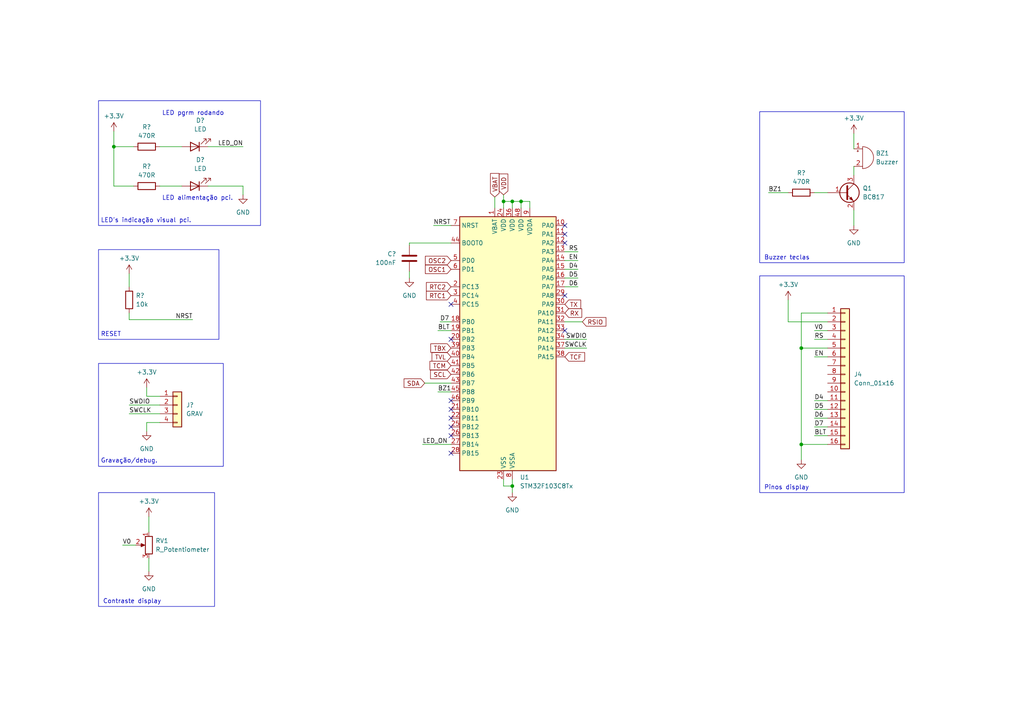
<source format=kicad_sch>
(kicad_sch (version 20230121) (generator eeschema)

  (uuid 34e74079-3b2a-4f6d-a984-1f8b3e7ccd86)

  (paper "A4")

  (lib_symbols
    (symbol "Connector_Generic:Conn_01x04" (pin_names (offset 1.016) hide) (in_bom yes) (on_board yes)
      (property "Reference" "J" (at 0 5.08 0)
        (effects (font (size 1.27 1.27)))
      )
      (property "Value" "Conn_01x04" (at 0 -7.62 0)
        (effects (font (size 1.27 1.27)))
      )
      (property "Footprint" "" (at 0 0 0)
        (effects (font (size 1.27 1.27)) hide)
      )
      (property "Datasheet" "~" (at 0 0 0)
        (effects (font (size 1.27 1.27)) hide)
      )
      (property "ki_keywords" "connector" (at 0 0 0)
        (effects (font (size 1.27 1.27)) hide)
      )
      (property "ki_description" "Generic connector, single row, 01x04, script generated (kicad-library-utils/schlib/autogen/connector/)" (at 0 0 0)
        (effects (font (size 1.27 1.27)) hide)
      )
      (property "ki_fp_filters" "Connector*:*_1x??_*" (at 0 0 0)
        (effects (font (size 1.27 1.27)) hide)
      )
      (symbol "Conn_01x04_1_1"
        (rectangle (start -1.27 -4.953) (end 0 -5.207)
          (stroke (width 0.1524) (type default))
          (fill (type none))
        )
        (rectangle (start -1.27 -2.413) (end 0 -2.667)
          (stroke (width 0.1524) (type default))
          (fill (type none))
        )
        (rectangle (start -1.27 0.127) (end 0 -0.127)
          (stroke (width 0.1524) (type default))
          (fill (type none))
        )
        (rectangle (start -1.27 2.667) (end 0 2.413)
          (stroke (width 0.1524) (type default))
          (fill (type none))
        )
        (rectangle (start -1.27 3.81) (end 1.27 -6.35)
          (stroke (width 0.254) (type default))
          (fill (type background))
        )
        (pin passive line (at -5.08 2.54 0) (length 3.81)
          (name "Pin_1" (effects (font (size 1.27 1.27))))
          (number "1" (effects (font (size 1.27 1.27))))
        )
        (pin passive line (at -5.08 0 0) (length 3.81)
          (name "Pin_2" (effects (font (size 1.27 1.27))))
          (number "2" (effects (font (size 1.27 1.27))))
        )
        (pin passive line (at -5.08 -2.54 0) (length 3.81)
          (name "Pin_3" (effects (font (size 1.27 1.27))))
          (number "3" (effects (font (size 1.27 1.27))))
        )
        (pin passive line (at -5.08 -5.08 0) (length 3.81)
          (name "Pin_4" (effects (font (size 1.27 1.27))))
          (number "4" (effects (font (size 1.27 1.27))))
        )
      )
    )
    (symbol "Connector_Generic:Conn_01x16" (pin_names (offset 1.016) hide) (in_bom yes) (on_board yes)
      (property "Reference" "J" (at 0 20.32 0)
        (effects (font (size 1.27 1.27)))
      )
      (property "Value" "Conn_01x16" (at 0 -22.86 0)
        (effects (font (size 1.27 1.27)))
      )
      (property "Footprint" "" (at 0 0 0)
        (effects (font (size 1.27 1.27)) hide)
      )
      (property "Datasheet" "~" (at 0 0 0)
        (effects (font (size 1.27 1.27)) hide)
      )
      (property "ki_keywords" "connector" (at 0 0 0)
        (effects (font (size 1.27 1.27)) hide)
      )
      (property "ki_description" "Generic connector, single row, 01x16, script generated (kicad-library-utils/schlib/autogen/connector/)" (at 0 0 0)
        (effects (font (size 1.27 1.27)) hide)
      )
      (property "ki_fp_filters" "Connector*:*_1x??_*" (at 0 0 0)
        (effects (font (size 1.27 1.27)) hide)
      )
      (symbol "Conn_01x16_1_1"
        (rectangle (start -1.27 -20.193) (end 0 -20.447)
          (stroke (width 0.1524) (type default))
          (fill (type none))
        )
        (rectangle (start -1.27 -17.653) (end 0 -17.907)
          (stroke (width 0.1524) (type default))
          (fill (type none))
        )
        (rectangle (start -1.27 -15.113) (end 0 -15.367)
          (stroke (width 0.1524) (type default))
          (fill (type none))
        )
        (rectangle (start -1.27 -12.573) (end 0 -12.827)
          (stroke (width 0.1524) (type default))
          (fill (type none))
        )
        (rectangle (start -1.27 -10.033) (end 0 -10.287)
          (stroke (width 0.1524) (type default))
          (fill (type none))
        )
        (rectangle (start -1.27 -7.493) (end 0 -7.747)
          (stroke (width 0.1524) (type default))
          (fill (type none))
        )
        (rectangle (start -1.27 -4.953) (end 0 -5.207)
          (stroke (width 0.1524) (type default))
          (fill (type none))
        )
        (rectangle (start -1.27 -2.413) (end 0 -2.667)
          (stroke (width 0.1524) (type default))
          (fill (type none))
        )
        (rectangle (start -1.27 0.127) (end 0 -0.127)
          (stroke (width 0.1524) (type default))
          (fill (type none))
        )
        (rectangle (start -1.27 2.667) (end 0 2.413)
          (stroke (width 0.1524) (type default))
          (fill (type none))
        )
        (rectangle (start -1.27 5.207) (end 0 4.953)
          (stroke (width 0.1524) (type default))
          (fill (type none))
        )
        (rectangle (start -1.27 7.747) (end 0 7.493)
          (stroke (width 0.1524) (type default))
          (fill (type none))
        )
        (rectangle (start -1.27 10.287) (end 0 10.033)
          (stroke (width 0.1524) (type default))
          (fill (type none))
        )
        (rectangle (start -1.27 12.827) (end 0 12.573)
          (stroke (width 0.1524) (type default))
          (fill (type none))
        )
        (rectangle (start -1.27 15.367) (end 0 15.113)
          (stroke (width 0.1524) (type default))
          (fill (type none))
        )
        (rectangle (start -1.27 17.907) (end 0 17.653)
          (stroke (width 0.1524) (type default))
          (fill (type none))
        )
        (rectangle (start -1.27 19.05) (end 1.27 -21.59)
          (stroke (width 0.254) (type default))
          (fill (type background))
        )
        (pin passive line (at -5.08 17.78 0) (length 3.81)
          (name "Pin_1" (effects (font (size 1.27 1.27))))
          (number "1" (effects (font (size 1.27 1.27))))
        )
        (pin passive line (at -5.08 -5.08 0) (length 3.81)
          (name "Pin_10" (effects (font (size 1.27 1.27))))
          (number "10" (effects (font (size 1.27 1.27))))
        )
        (pin passive line (at -5.08 -7.62 0) (length 3.81)
          (name "Pin_11" (effects (font (size 1.27 1.27))))
          (number "11" (effects (font (size 1.27 1.27))))
        )
        (pin passive line (at -5.08 -10.16 0) (length 3.81)
          (name "Pin_12" (effects (font (size 1.27 1.27))))
          (number "12" (effects (font (size 1.27 1.27))))
        )
        (pin passive line (at -5.08 -12.7 0) (length 3.81)
          (name "Pin_13" (effects (font (size 1.27 1.27))))
          (number "13" (effects (font (size 1.27 1.27))))
        )
        (pin passive line (at -5.08 -15.24 0) (length 3.81)
          (name "Pin_14" (effects (font (size 1.27 1.27))))
          (number "14" (effects (font (size 1.27 1.27))))
        )
        (pin passive line (at -5.08 -17.78 0) (length 3.81)
          (name "Pin_15" (effects (font (size 1.27 1.27))))
          (number "15" (effects (font (size 1.27 1.27))))
        )
        (pin passive line (at -5.08 -20.32 0) (length 3.81)
          (name "Pin_16" (effects (font (size 1.27 1.27))))
          (number "16" (effects (font (size 1.27 1.27))))
        )
        (pin passive line (at -5.08 15.24 0) (length 3.81)
          (name "Pin_2" (effects (font (size 1.27 1.27))))
          (number "2" (effects (font (size 1.27 1.27))))
        )
        (pin passive line (at -5.08 12.7 0) (length 3.81)
          (name "Pin_3" (effects (font (size 1.27 1.27))))
          (number "3" (effects (font (size 1.27 1.27))))
        )
        (pin passive line (at -5.08 10.16 0) (length 3.81)
          (name "Pin_4" (effects (font (size 1.27 1.27))))
          (number "4" (effects (font (size 1.27 1.27))))
        )
        (pin passive line (at -5.08 7.62 0) (length 3.81)
          (name "Pin_5" (effects (font (size 1.27 1.27))))
          (number "5" (effects (font (size 1.27 1.27))))
        )
        (pin passive line (at -5.08 5.08 0) (length 3.81)
          (name "Pin_6" (effects (font (size 1.27 1.27))))
          (number "6" (effects (font (size 1.27 1.27))))
        )
        (pin passive line (at -5.08 2.54 0) (length 3.81)
          (name "Pin_7" (effects (font (size 1.27 1.27))))
          (number "7" (effects (font (size 1.27 1.27))))
        )
        (pin passive line (at -5.08 0 0) (length 3.81)
          (name "Pin_8" (effects (font (size 1.27 1.27))))
          (number "8" (effects (font (size 1.27 1.27))))
        )
        (pin passive line (at -5.08 -2.54 0) (length 3.81)
          (name "Pin_9" (effects (font (size 1.27 1.27))))
          (number "9" (effects (font (size 1.27 1.27))))
        )
      )
    )
    (symbol "Device:Buzzer" (pin_names (offset 0.0254) hide) (in_bom yes) (on_board yes)
      (property "Reference" "BZ" (at 3.81 1.27 0)
        (effects (font (size 1.27 1.27)) (justify left))
      )
      (property "Value" "Buzzer" (at 3.81 -1.27 0)
        (effects (font (size 1.27 1.27)) (justify left))
      )
      (property "Footprint" "" (at -0.635 2.54 90)
        (effects (font (size 1.27 1.27)) hide)
      )
      (property "Datasheet" "~" (at -0.635 2.54 90)
        (effects (font (size 1.27 1.27)) hide)
      )
      (property "ki_keywords" "quartz resonator ceramic" (at 0 0 0)
        (effects (font (size 1.27 1.27)) hide)
      )
      (property "ki_description" "Buzzer, polarized" (at 0 0 0)
        (effects (font (size 1.27 1.27)) hide)
      )
      (property "ki_fp_filters" "*Buzzer*" (at 0 0 0)
        (effects (font (size 1.27 1.27)) hide)
      )
      (symbol "Buzzer_0_1"
        (arc (start 0 -3.175) (mid 3.1612 0) (end 0 3.175)
          (stroke (width 0) (type default))
          (fill (type none))
        )
        (polyline
          (pts
            (xy -1.651 1.905)
            (xy -1.143 1.905)
          )
          (stroke (width 0) (type default))
          (fill (type none))
        )
        (polyline
          (pts
            (xy -1.397 2.159)
            (xy -1.397 1.651)
          )
          (stroke (width 0) (type default))
          (fill (type none))
        )
        (polyline
          (pts
            (xy 0 3.175)
            (xy 0 -3.175)
          )
          (stroke (width 0) (type default))
          (fill (type none))
        )
      )
      (symbol "Buzzer_1_1"
        (pin passive line (at -2.54 2.54 0) (length 2.54)
          (name "-" (effects (font (size 1.27 1.27))))
          (number "1" (effects (font (size 1.27 1.27))))
        )
        (pin passive line (at -2.54 -2.54 0) (length 2.54)
          (name "+" (effects (font (size 1.27 1.27))))
          (number "2" (effects (font (size 1.27 1.27))))
        )
      )
    )
    (symbol "Device:LED" (pin_numbers hide) (pin_names (offset 1.016) hide) (in_bom yes) (on_board yes)
      (property "Reference" "D" (at 0 2.54 0)
        (effects (font (size 1.27 1.27)))
      )
      (property "Value" "LED" (at 0 -2.54 0)
        (effects (font (size 1.27 1.27)))
      )
      (property "Footprint" "" (at 0 0 0)
        (effects (font (size 1.27 1.27)) hide)
      )
      (property "Datasheet" "~" (at 0 0 0)
        (effects (font (size 1.27 1.27)) hide)
      )
      (property "ki_keywords" "LED diode" (at 0 0 0)
        (effects (font (size 1.27 1.27)) hide)
      )
      (property "ki_description" "Light emitting diode" (at 0 0 0)
        (effects (font (size 1.27 1.27)) hide)
      )
      (property "ki_fp_filters" "LED* LED_SMD:* LED_THT:*" (at 0 0 0)
        (effects (font (size 1.27 1.27)) hide)
      )
      (symbol "LED_0_1"
        (polyline
          (pts
            (xy -1.27 -1.27)
            (xy -1.27 1.27)
          )
          (stroke (width 0.254) (type default))
          (fill (type none))
        )
        (polyline
          (pts
            (xy -1.27 0)
            (xy 1.27 0)
          )
          (stroke (width 0) (type default))
          (fill (type none))
        )
        (polyline
          (pts
            (xy 1.27 -1.27)
            (xy 1.27 1.27)
            (xy -1.27 0)
            (xy 1.27 -1.27)
          )
          (stroke (width 0.254) (type default))
          (fill (type none))
        )
        (polyline
          (pts
            (xy -3.048 -0.762)
            (xy -4.572 -2.286)
            (xy -3.81 -2.286)
            (xy -4.572 -2.286)
            (xy -4.572 -1.524)
          )
          (stroke (width 0) (type default))
          (fill (type none))
        )
        (polyline
          (pts
            (xy -1.778 -0.762)
            (xy -3.302 -2.286)
            (xy -2.54 -2.286)
            (xy -3.302 -2.286)
            (xy -3.302 -1.524)
          )
          (stroke (width 0) (type default))
          (fill (type none))
        )
      )
      (symbol "LED_1_1"
        (pin passive line (at -3.81 0 0) (length 2.54)
          (name "K" (effects (font (size 1.27 1.27))))
          (number "1" (effects (font (size 1.27 1.27))))
        )
        (pin passive line (at 3.81 0 180) (length 2.54)
          (name "A" (effects (font (size 1.27 1.27))))
          (number "2" (effects (font (size 1.27 1.27))))
        )
      )
    )
    (symbol "Device:R_Potentiometer" (pin_names (offset 1.016) hide) (in_bom yes) (on_board yes)
      (property "Reference" "RV" (at -4.445 0 90)
        (effects (font (size 1.27 1.27)))
      )
      (property "Value" "R_Potentiometer" (at -2.54 0 90)
        (effects (font (size 1.27 1.27)))
      )
      (property "Footprint" "" (at 0 0 0)
        (effects (font (size 1.27 1.27)) hide)
      )
      (property "Datasheet" "~" (at 0 0 0)
        (effects (font (size 1.27 1.27)) hide)
      )
      (property "ki_keywords" "resistor variable" (at 0 0 0)
        (effects (font (size 1.27 1.27)) hide)
      )
      (property "ki_description" "Potentiometer" (at 0 0 0)
        (effects (font (size 1.27 1.27)) hide)
      )
      (property "ki_fp_filters" "Potentiometer*" (at 0 0 0)
        (effects (font (size 1.27 1.27)) hide)
      )
      (symbol "R_Potentiometer_0_1"
        (polyline
          (pts
            (xy 2.54 0)
            (xy 1.524 0)
          )
          (stroke (width 0) (type default))
          (fill (type none))
        )
        (polyline
          (pts
            (xy 1.143 0)
            (xy 2.286 0.508)
            (xy 2.286 -0.508)
            (xy 1.143 0)
          )
          (stroke (width 0) (type default))
          (fill (type outline))
        )
        (rectangle (start 1.016 2.54) (end -1.016 -2.54)
          (stroke (width 0.254) (type default))
          (fill (type none))
        )
      )
      (symbol "R_Potentiometer_1_1"
        (pin passive line (at 0 3.81 270) (length 1.27)
          (name "1" (effects (font (size 1.27 1.27))))
          (number "1" (effects (font (size 1.27 1.27))))
        )
        (pin passive line (at 3.81 0 180) (length 1.27)
          (name "2" (effects (font (size 1.27 1.27))))
          (number "2" (effects (font (size 1.27 1.27))))
        )
        (pin passive line (at 0 -3.81 90) (length 1.27)
          (name "3" (effects (font (size 1.27 1.27))))
          (number "3" (effects (font (size 1.27 1.27))))
        )
      )
    )
    (symbol "MCU_ST_STM32F1:STM32F103C8Tx" (in_bom yes) (on_board yes)
      (property "Reference" "U" (at -12.7 39.37 0)
        (effects (font (size 1.27 1.27)) (justify left))
      )
      (property "Value" "STM32F103C8Tx" (at 10.16 39.37 0)
        (effects (font (size 1.27 1.27)) (justify left))
      )
      (property "Footprint" "Package_QFP:LQFP-48_7x7mm_P0.5mm" (at -12.7 -35.56 0)
        (effects (font (size 1.27 1.27)) (justify right) hide)
      )
      (property "Datasheet" "https://www.st.com/resource/en/datasheet/stm32f103c8.pdf" (at 0 0 0)
        (effects (font (size 1.27 1.27)) hide)
      )
      (property "ki_locked" "" (at 0 0 0)
        (effects (font (size 1.27 1.27)))
      )
      (property "ki_keywords" "Arm Cortex-M3 STM32F1 STM32F103" (at 0 0 0)
        (effects (font (size 1.27 1.27)) hide)
      )
      (property "ki_description" "STMicroelectronics Arm Cortex-M3 MCU, 64KB flash, 20KB RAM, 72 MHz, 2.0-3.6V, 37 GPIO, LQFP48" (at 0 0 0)
        (effects (font (size 1.27 1.27)) hide)
      )
      (property "ki_fp_filters" "LQFP*7x7mm*P0.5mm*" (at 0 0 0)
        (effects (font (size 1.27 1.27)) hide)
      )
      (symbol "STM32F103C8Tx_0_1"
        (rectangle (start -12.7 -35.56) (end 15.24 38.1)
          (stroke (width 0.254) (type default))
          (fill (type background))
        )
      )
      (symbol "STM32F103C8Tx_1_1"
        (pin power_in line (at -2.54 40.64 270) (length 2.54)
          (name "VBAT" (effects (font (size 1.27 1.27))))
          (number "1" (effects (font (size 1.27 1.27))))
        )
        (pin bidirectional line (at 17.78 35.56 180) (length 2.54)
          (name "PA0" (effects (font (size 1.27 1.27))))
          (number "10" (effects (font (size 1.27 1.27))))
          (alternate "ADC1_IN0" bidirectional line)
          (alternate "ADC2_IN0" bidirectional line)
          (alternate "SYS_WKUP" bidirectional line)
          (alternate "TIM2_CH1" bidirectional line)
          (alternate "TIM2_ETR" bidirectional line)
          (alternate "USART2_CTS" bidirectional line)
        )
        (pin bidirectional line (at 17.78 33.02 180) (length 2.54)
          (name "PA1" (effects (font (size 1.27 1.27))))
          (number "11" (effects (font (size 1.27 1.27))))
          (alternate "ADC1_IN1" bidirectional line)
          (alternate "ADC2_IN1" bidirectional line)
          (alternate "TIM2_CH2" bidirectional line)
          (alternate "USART2_RTS" bidirectional line)
        )
        (pin bidirectional line (at 17.78 30.48 180) (length 2.54)
          (name "PA2" (effects (font (size 1.27 1.27))))
          (number "12" (effects (font (size 1.27 1.27))))
          (alternate "ADC1_IN2" bidirectional line)
          (alternate "ADC2_IN2" bidirectional line)
          (alternate "TIM2_CH3" bidirectional line)
          (alternate "USART2_TX" bidirectional line)
        )
        (pin bidirectional line (at 17.78 27.94 180) (length 2.54)
          (name "PA3" (effects (font (size 1.27 1.27))))
          (number "13" (effects (font (size 1.27 1.27))))
          (alternate "ADC1_IN3" bidirectional line)
          (alternate "ADC2_IN3" bidirectional line)
          (alternate "TIM2_CH4" bidirectional line)
          (alternate "USART2_RX" bidirectional line)
        )
        (pin bidirectional line (at 17.78 25.4 180) (length 2.54)
          (name "PA4" (effects (font (size 1.27 1.27))))
          (number "14" (effects (font (size 1.27 1.27))))
          (alternate "ADC1_IN4" bidirectional line)
          (alternate "ADC2_IN4" bidirectional line)
          (alternate "SPI1_NSS" bidirectional line)
          (alternate "USART2_CK" bidirectional line)
        )
        (pin bidirectional line (at 17.78 22.86 180) (length 2.54)
          (name "PA5" (effects (font (size 1.27 1.27))))
          (number "15" (effects (font (size 1.27 1.27))))
          (alternate "ADC1_IN5" bidirectional line)
          (alternate "ADC2_IN5" bidirectional line)
          (alternate "SPI1_SCK" bidirectional line)
        )
        (pin bidirectional line (at 17.78 20.32 180) (length 2.54)
          (name "PA6" (effects (font (size 1.27 1.27))))
          (number "16" (effects (font (size 1.27 1.27))))
          (alternate "ADC1_IN6" bidirectional line)
          (alternate "ADC2_IN6" bidirectional line)
          (alternate "SPI1_MISO" bidirectional line)
          (alternate "TIM1_BKIN" bidirectional line)
          (alternate "TIM3_CH1" bidirectional line)
        )
        (pin bidirectional line (at 17.78 17.78 180) (length 2.54)
          (name "PA7" (effects (font (size 1.27 1.27))))
          (number "17" (effects (font (size 1.27 1.27))))
          (alternate "ADC1_IN7" bidirectional line)
          (alternate "ADC2_IN7" bidirectional line)
          (alternate "SPI1_MOSI" bidirectional line)
          (alternate "TIM1_CH1N" bidirectional line)
          (alternate "TIM3_CH2" bidirectional line)
        )
        (pin bidirectional line (at -15.24 7.62 0) (length 2.54)
          (name "PB0" (effects (font (size 1.27 1.27))))
          (number "18" (effects (font (size 1.27 1.27))))
          (alternate "ADC1_IN8" bidirectional line)
          (alternate "ADC2_IN8" bidirectional line)
          (alternate "TIM1_CH2N" bidirectional line)
          (alternate "TIM3_CH3" bidirectional line)
        )
        (pin bidirectional line (at -15.24 5.08 0) (length 2.54)
          (name "PB1" (effects (font (size 1.27 1.27))))
          (number "19" (effects (font (size 1.27 1.27))))
          (alternate "ADC1_IN9" bidirectional line)
          (alternate "ADC2_IN9" bidirectional line)
          (alternate "TIM1_CH3N" bidirectional line)
          (alternate "TIM3_CH4" bidirectional line)
        )
        (pin bidirectional line (at -15.24 17.78 0) (length 2.54)
          (name "PC13" (effects (font (size 1.27 1.27))))
          (number "2" (effects (font (size 1.27 1.27))))
          (alternate "RTC_OUT" bidirectional line)
          (alternate "RTC_TAMPER" bidirectional line)
        )
        (pin bidirectional line (at -15.24 2.54 0) (length 2.54)
          (name "PB2" (effects (font (size 1.27 1.27))))
          (number "20" (effects (font (size 1.27 1.27))))
        )
        (pin bidirectional line (at -15.24 -17.78 0) (length 2.54)
          (name "PB10" (effects (font (size 1.27 1.27))))
          (number "21" (effects (font (size 1.27 1.27))))
          (alternate "I2C2_SCL" bidirectional line)
          (alternate "TIM2_CH3" bidirectional line)
          (alternate "USART3_TX" bidirectional line)
        )
        (pin bidirectional line (at -15.24 -20.32 0) (length 2.54)
          (name "PB11" (effects (font (size 1.27 1.27))))
          (number "22" (effects (font (size 1.27 1.27))))
          (alternate "ADC1_EXTI11" bidirectional line)
          (alternate "ADC2_EXTI11" bidirectional line)
          (alternate "I2C2_SDA" bidirectional line)
          (alternate "TIM2_CH4" bidirectional line)
          (alternate "USART3_RX" bidirectional line)
        )
        (pin power_in line (at 0 -38.1 90) (length 2.54)
          (name "VSS" (effects (font (size 1.27 1.27))))
          (number "23" (effects (font (size 1.27 1.27))))
        )
        (pin power_in line (at 0 40.64 270) (length 2.54)
          (name "VDD" (effects (font (size 1.27 1.27))))
          (number "24" (effects (font (size 1.27 1.27))))
        )
        (pin bidirectional line (at -15.24 -22.86 0) (length 2.54)
          (name "PB12" (effects (font (size 1.27 1.27))))
          (number "25" (effects (font (size 1.27 1.27))))
          (alternate "I2C2_SMBA" bidirectional line)
          (alternate "SPI2_NSS" bidirectional line)
          (alternate "TIM1_BKIN" bidirectional line)
          (alternate "USART3_CK" bidirectional line)
        )
        (pin bidirectional line (at -15.24 -25.4 0) (length 2.54)
          (name "PB13" (effects (font (size 1.27 1.27))))
          (number "26" (effects (font (size 1.27 1.27))))
          (alternate "SPI2_SCK" bidirectional line)
          (alternate "TIM1_CH1N" bidirectional line)
          (alternate "USART3_CTS" bidirectional line)
        )
        (pin bidirectional line (at -15.24 -27.94 0) (length 2.54)
          (name "PB14" (effects (font (size 1.27 1.27))))
          (number "27" (effects (font (size 1.27 1.27))))
          (alternate "SPI2_MISO" bidirectional line)
          (alternate "TIM1_CH2N" bidirectional line)
          (alternate "USART3_RTS" bidirectional line)
        )
        (pin bidirectional line (at -15.24 -30.48 0) (length 2.54)
          (name "PB15" (effects (font (size 1.27 1.27))))
          (number "28" (effects (font (size 1.27 1.27))))
          (alternate "ADC1_EXTI15" bidirectional line)
          (alternate "ADC2_EXTI15" bidirectional line)
          (alternate "SPI2_MOSI" bidirectional line)
          (alternate "TIM1_CH3N" bidirectional line)
        )
        (pin bidirectional line (at 17.78 15.24 180) (length 2.54)
          (name "PA8" (effects (font (size 1.27 1.27))))
          (number "29" (effects (font (size 1.27 1.27))))
          (alternate "RCC_MCO" bidirectional line)
          (alternate "TIM1_CH1" bidirectional line)
          (alternate "USART1_CK" bidirectional line)
        )
        (pin bidirectional line (at -15.24 15.24 0) (length 2.54)
          (name "PC14" (effects (font (size 1.27 1.27))))
          (number "3" (effects (font (size 1.27 1.27))))
          (alternate "RCC_OSC32_IN" bidirectional line)
        )
        (pin bidirectional line (at 17.78 12.7 180) (length 2.54)
          (name "PA9" (effects (font (size 1.27 1.27))))
          (number "30" (effects (font (size 1.27 1.27))))
          (alternate "TIM1_CH2" bidirectional line)
          (alternate "USART1_TX" bidirectional line)
        )
        (pin bidirectional line (at 17.78 10.16 180) (length 2.54)
          (name "PA10" (effects (font (size 1.27 1.27))))
          (number "31" (effects (font (size 1.27 1.27))))
          (alternate "TIM1_CH3" bidirectional line)
          (alternate "USART1_RX" bidirectional line)
        )
        (pin bidirectional line (at 17.78 7.62 180) (length 2.54)
          (name "PA11" (effects (font (size 1.27 1.27))))
          (number "32" (effects (font (size 1.27 1.27))))
          (alternate "ADC1_EXTI11" bidirectional line)
          (alternate "ADC2_EXTI11" bidirectional line)
          (alternate "CAN_RX" bidirectional line)
          (alternate "TIM1_CH4" bidirectional line)
          (alternate "USART1_CTS" bidirectional line)
          (alternate "USB_DM" bidirectional line)
        )
        (pin bidirectional line (at 17.78 5.08 180) (length 2.54)
          (name "PA12" (effects (font (size 1.27 1.27))))
          (number "33" (effects (font (size 1.27 1.27))))
          (alternate "CAN_TX" bidirectional line)
          (alternate "TIM1_ETR" bidirectional line)
          (alternate "USART1_RTS" bidirectional line)
          (alternate "USB_DP" bidirectional line)
        )
        (pin bidirectional line (at 17.78 2.54 180) (length 2.54)
          (name "PA13" (effects (font (size 1.27 1.27))))
          (number "34" (effects (font (size 1.27 1.27))))
          (alternate "SYS_JTMS-SWDIO" bidirectional line)
        )
        (pin passive line (at 0 -38.1 90) (length 2.54) hide
          (name "VSS" (effects (font (size 1.27 1.27))))
          (number "35" (effects (font (size 1.27 1.27))))
        )
        (pin power_in line (at 2.54 40.64 270) (length 2.54)
          (name "VDD" (effects (font (size 1.27 1.27))))
          (number "36" (effects (font (size 1.27 1.27))))
        )
        (pin bidirectional line (at 17.78 0 180) (length 2.54)
          (name "PA14" (effects (font (size 1.27 1.27))))
          (number "37" (effects (font (size 1.27 1.27))))
          (alternate "SYS_JTCK-SWCLK" bidirectional line)
        )
        (pin bidirectional line (at 17.78 -2.54 180) (length 2.54)
          (name "PA15" (effects (font (size 1.27 1.27))))
          (number "38" (effects (font (size 1.27 1.27))))
          (alternate "ADC1_EXTI15" bidirectional line)
          (alternate "ADC2_EXTI15" bidirectional line)
          (alternate "SPI1_NSS" bidirectional line)
          (alternate "SYS_JTDI" bidirectional line)
          (alternate "TIM2_CH1" bidirectional line)
          (alternate "TIM2_ETR" bidirectional line)
        )
        (pin bidirectional line (at -15.24 0 0) (length 2.54)
          (name "PB3" (effects (font (size 1.27 1.27))))
          (number "39" (effects (font (size 1.27 1.27))))
          (alternate "SPI1_SCK" bidirectional line)
          (alternate "SYS_JTDO-TRACESWO" bidirectional line)
          (alternate "TIM2_CH2" bidirectional line)
        )
        (pin bidirectional line (at -15.24 12.7 0) (length 2.54)
          (name "PC15" (effects (font (size 1.27 1.27))))
          (number "4" (effects (font (size 1.27 1.27))))
          (alternate "ADC1_EXTI15" bidirectional line)
          (alternate "ADC2_EXTI15" bidirectional line)
          (alternate "RCC_OSC32_OUT" bidirectional line)
        )
        (pin bidirectional line (at -15.24 -2.54 0) (length 2.54)
          (name "PB4" (effects (font (size 1.27 1.27))))
          (number "40" (effects (font (size 1.27 1.27))))
          (alternate "SPI1_MISO" bidirectional line)
          (alternate "SYS_NJTRST" bidirectional line)
          (alternate "TIM3_CH1" bidirectional line)
        )
        (pin bidirectional line (at -15.24 -5.08 0) (length 2.54)
          (name "PB5" (effects (font (size 1.27 1.27))))
          (number "41" (effects (font (size 1.27 1.27))))
          (alternate "I2C1_SMBA" bidirectional line)
          (alternate "SPI1_MOSI" bidirectional line)
          (alternate "TIM3_CH2" bidirectional line)
        )
        (pin bidirectional line (at -15.24 -7.62 0) (length 2.54)
          (name "PB6" (effects (font (size 1.27 1.27))))
          (number "42" (effects (font (size 1.27 1.27))))
          (alternate "I2C1_SCL" bidirectional line)
          (alternate "TIM4_CH1" bidirectional line)
          (alternate "USART1_TX" bidirectional line)
        )
        (pin bidirectional line (at -15.24 -10.16 0) (length 2.54)
          (name "PB7" (effects (font (size 1.27 1.27))))
          (number "43" (effects (font (size 1.27 1.27))))
          (alternate "I2C1_SDA" bidirectional line)
          (alternate "TIM4_CH2" bidirectional line)
          (alternate "USART1_RX" bidirectional line)
        )
        (pin input line (at -15.24 30.48 0) (length 2.54)
          (name "BOOT0" (effects (font (size 1.27 1.27))))
          (number "44" (effects (font (size 1.27 1.27))))
        )
        (pin bidirectional line (at -15.24 -12.7 0) (length 2.54)
          (name "PB8" (effects (font (size 1.27 1.27))))
          (number "45" (effects (font (size 1.27 1.27))))
          (alternate "CAN_RX" bidirectional line)
          (alternate "I2C1_SCL" bidirectional line)
          (alternate "TIM4_CH3" bidirectional line)
        )
        (pin bidirectional line (at -15.24 -15.24 0) (length 2.54)
          (name "PB9" (effects (font (size 1.27 1.27))))
          (number "46" (effects (font (size 1.27 1.27))))
          (alternate "CAN_TX" bidirectional line)
          (alternate "I2C1_SDA" bidirectional line)
          (alternate "TIM4_CH4" bidirectional line)
        )
        (pin passive line (at 0 -38.1 90) (length 2.54) hide
          (name "VSS" (effects (font (size 1.27 1.27))))
          (number "47" (effects (font (size 1.27 1.27))))
        )
        (pin power_in line (at 5.08 40.64 270) (length 2.54)
          (name "VDD" (effects (font (size 1.27 1.27))))
          (number "48" (effects (font (size 1.27 1.27))))
        )
        (pin bidirectional line (at -15.24 25.4 0) (length 2.54)
          (name "PD0" (effects (font (size 1.27 1.27))))
          (number "5" (effects (font (size 1.27 1.27))))
          (alternate "RCC_OSC_IN" bidirectional line)
        )
        (pin bidirectional line (at -15.24 22.86 0) (length 2.54)
          (name "PD1" (effects (font (size 1.27 1.27))))
          (number "6" (effects (font (size 1.27 1.27))))
          (alternate "RCC_OSC_OUT" bidirectional line)
        )
        (pin input line (at -15.24 35.56 0) (length 2.54)
          (name "NRST" (effects (font (size 1.27 1.27))))
          (number "7" (effects (font (size 1.27 1.27))))
        )
        (pin power_in line (at 2.54 -38.1 90) (length 2.54)
          (name "VSSA" (effects (font (size 1.27 1.27))))
          (number "8" (effects (font (size 1.27 1.27))))
        )
        (pin power_in line (at 7.62 40.64 270) (length 2.54)
          (name "VDDA" (effects (font (size 1.27 1.27))))
          (number "9" (effects (font (size 1.27 1.27))))
        )
      )
    )
    (symbol "PCM_Capacitor_AKL:C_0805" (pin_numbers hide) (pin_names (offset 0.254)) (in_bom yes) (on_board yes)
      (property "Reference" "C" (at 0.635 2.54 0)
        (effects (font (size 1.27 1.27)) (justify left))
      )
      (property "Value" "C_0805" (at 0.635 -2.54 0)
        (effects (font (size 1.27 1.27)) (justify left))
      )
      (property "Footprint" "Capacitor_SMD_AKL:C_0805_2012Metric" (at 0.9652 -3.81 0)
        (effects (font (size 1.27 1.27)) hide)
      )
      (property "Datasheet" "~" (at 0 0 0)
        (effects (font (size 1.27 1.27)) hide)
      )
      (property "ki_keywords" "cap capacitor ceramic chip mlcc smd 0805" (at 0 0 0)
        (effects (font (size 1.27 1.27)) hide)
      )
      (property "ki_description" "SMD 0805 MLCC capacitor, Alternate KiCad Library" (at 0 0 0)
        (effects (font (size 1.27 1.27)) hide)
      )
      (property "ki_fp_filters" "C_*" (at 0 0 0)
        (effects (font (size 1.27 1.27)) hide)
      )
      (symbol "C_0805_0_1"
        (polyline
          (pts
            (xy -2.032 -0.762)
            (xy 2.032 -0.762)
          )
          (stroke (width 0.508) (type default))
          (fill (type none))
        )
        (polyline
          (pts
            (xy -2.032 0.762)
            (xy 2.032 0.762)
          )
          (stroke (width 0.508) (type default))
          (fill (type none))
        )
      )
      (symbol "C_0805_1_1"
        (pin passive line (at 0 3.81 270) (length 2.794)
          (name "~" (effects (font (size 1.27 1.27))))
          (number "1" (effects (font (size 1.27 1.27))))
        )
        (pin passive line (at 0 -3.81 90) (length 2.794)
          (name "~" (effects (font (size 1.27 1.27))))
          (number "2" (effects (font (size 1.27 1.27))))
        )
      )
    )
    (symbol "PCM_Resistor_AKL:R_0805" (pin_numbers hide) (pin_names (offset 0)) (in_bom yes) (on_board yes)
      (property "Reference" "R" (at 2.54 1.27 0)
        (effects (font (size 1.27 1.27)) (justify left))
      )
      (property "Value" "R_0805" (at 2.54 -1.27 0)
        (effects (font (size 1.27 1.27)) (justify left))
      )
      (property "Footprint" "Resistor_SMD_AKL:R_0805_2012Metric" (at 0 -11.43 0)
        (effects (font (size 1.27 1.27)) hide)
      )
      (property "Datasheet" "~" (at 0 0 0)
        (effects (font (size 1.27 1.27)) hide)
      )
      (property "ki_keywords" "R res resistor eu  smd 0805" (at 0 0 0)
        (effects (font (size 1.27 1.27)) hide)
      )
      (property "ki_description" "SMD 0805 Chip Resistor, European Symbol, Alternate KiCad Library" (at 0 0 0)
        (effects (font (size 1.27 1.27)) hide)
      )
      (property "ki_fp_filters" "R_*" (at 0 0 0)
        (effects (font (size 1.27 1.27)) hide)
      )
      (symbol "R_0805_0_1"
        (rectangle (start -1.016 -2.54) (end 1.016 2.54)
          (stroke (width 0.254) (type default))
          (fill (type none))
        )
      )
      (symbol "R_0805_1_1"
        (pin passive line (at 0 3.81 270) (length 1.27)
          (name "~" (effects (font (size 1.27 1.27))))
          (number "1" (effects (font (size 1.27 1.27))))
        )
        (pin passive line (at 0 -3.81 90) (length 1.27)
          (name "~" (effects (font (size 1.27 1.27))))
          (number "2" (effects (font (size 1.27 1.27))))
        )
      )
    )
    (symbol "Transistor_BJT:BC817" (pin_names (offset 0) hide) (in_bom yes) (on_board yes)
      (property "Reference" "Q" (at 5.08 1.905 0)
        (effects (font (size 1.27 1.27)) (justify left))
      )
      (property "Value" "BC817" (at 5.08 0 0)
        (effects (font (size 1.27 1.27)) (justify left))
      )
      (property "Footprint" "Package_TO_SOT_SMD:SOT-23" (at 5.08 -1.905 0)
        (effects (font (size 1.27 1.27) italic) (justify left) hide)
      )
      (property "Datasheet" "https://www.onsemi.com/pub/Collateral/BC818-D.pdf" (at 0 0 0)
        (effects (font (size 1.27 1.27)) (justify left) hide)
      )
      (property "ki_keywords" "NPN Transistor" (at 0 0 0)
        (effects (font (size 1.27 1.27)) hide)
      )
      (property "ki_description" "0.8A Ic, 45V Vce, NPN Transistor, SOT-23" (at 0 0 0)
        (effects (font (size 1.27 1.27)) hide)
      )
      (property "ki_fp_filters" "SOT?23*" (at 0 0 0)
        (effects (font (size 1.27 1.27)) hide)
      )
      (symbol "BC817_0_1"
        (polyline
          (pts
            (xy 0.635 0.635)
            (xy 2.54 2.54)
          )
          (stroke (width 0) (type default))
          (fill (type none))
        )
        (polyline
          (pts
            (xy 0.635 -0.635)
            (xy 2.54 -2.54)
            (xy 2.54 -2.54)
          )
          (stroke (width 0) (type default))
          (fill (type none))
        )
        (polyline
          (pts
            (xy 0.635 1.905)
            (xy 0.635 -1.905)
            (xy 0.635 -1.905)
          )
          (stroke (width 0.508) (type default))
          (fill (type none))
        )
        (polyline
          (pts
            (xy 1.27 -1.778)
            (xy 1.778 -1.27)
            (xy 2.286 -2.286)
            (xy 1.27 -1.778)
            (xy 1.27 -1.778)
          )
          (stroke (width 0) (type default))
          (fill (type outline))
        )
        (circle (center 1.27 0) (radius 2.8194)
          (stroke (width 0.254) (type default))
          (fill (type none))
        )
      )
      (symbol "BC817_1_1"
        (pin input line (at -5.08 0 0) (length 5.715)
          (name "B" (effects (font (size 1.27 1.27))))
          (number "1" (effects (font (size 1.27 1.27))))
        )
        (pin passive line (at 2.54 -5.08 90) (length 2.54)
          (name "E" (effects (font (size 1.27 1.27))))
          (number "2" (effects (font (size 1.27 1.27))))
        )
        (pin passive line (at 2.54 5.08 270) (length 2.54)
          (name "C" (effects (font (size 1.27 1.27))))
          (number "3" (effects (font (size 1.27 1.27))))
        )
      )
    )
    (symbol "power:+3.3V" (power) (pin_names (offset 0)) (in_bom yes) (on_board yes)
      (property "Reference" "#PWR" (at 0 -3.81 0)
        (effects (font (size 1.27 1.27)) hide)
      )
      (property "Value" "+3.3V" (at 0 3.556 0)
        (effects (font (size 1.27 1.27)))
      )
      (property "Footprint" "" (at 0 0 0)
        (effects (font (size 1.27 1.27)) hide)
      )
      (property "Datasheet" "" (at 0 0 0)
        (effects (font (size 1.27 1.27)) hide)
      )
      (property "ki_keywords" "global power" (at 0 0 0)
        (effects (font (size 1.27 1.27)) hide)
      )
      (property "ki_description" "Power symbol creates a global label with name \"+3.3V\"" (at 0 0 0)
        (effects (font (size 1.27 1.27)) hide)
      )
      (symbol "+3.3V_0_1"
        (polyline
          (pts
            (xy -0.762 1.27)
            (xy 0 2.54)
          )
          (stroke (width 0) (type default))
          (fill (type none))
        )
        (polyline
          (pts
            (xy 0 0)
            (xy 0 2.54)
          )
          (stroke (width 0) (type default))
          (fill (type none))
        )
        (polyline
          (pts
            (xy 0 2.54)
            (xy 0.762 1.27)
          )
          (stroke (width 0) (type default))
          (fill (type none))
        )
      )
      (symbol "+3.3V_1_1"
        (pin power_in line (at 0 0 90) (length 0) hide
          (name "+3.3V" (effects (font (size 1.27 1.27))))
          (number "1" (effects (font (size 1.27 1.27))))
        )
      )
    )
    (symbol "power:GND" (power) (pin_names (offset 0)) (in_bom yes) (on_board yes)
      (property "Reference" "#PWR" (at 0 -6.35 0)
        (effects (font (size 1.27 1.27)) hide)
      )
      (property "Value" "GND" (at 0 -3.81 0)
        (effects (font (size 1.27 1.27)))
      )
      (property "Footprint" "" (at 0 0 0)
        (effects (font (size 1.27 1.27)) hide)
      )
      (property "Datasheet" "" (at 0 0 0)
        (effects (font (size 1.27 1.27)) hide)
      )
      (property "ki_keywords" "global power" (at 0 0 0)
        (effects (font (size 1.27 1.27)) hide)
      )
      (property "ki_description" "Power symbol creates a global label with name \"GND\" , ground" (at 0 0 0)
        (effects (font (size 1.27 1.27)) hide)
      )
      (symbol "GND_0_1"
        (polyline
          (pts
            (xy 0 0)
            (xy 0 -1.27)
            (xy 1.27 -1.27)
            (xy 0 -2.54)
            (xy -1.27 -1.27)
            (xy 0 -1.27)
          )
          (stroke (width 0) (type default))
          (fill (type none))
        )
      )
      (symbol "GND_1_1"
        (pin power_in line (at 0 0 270) (length 0) hide
          (name "GND" (effects (font (size 1.27 1.27))))
          (number "1" (effects (font (size 1.27 1.27))))
        )
      )
    )
  )

  (junction (at 151.13 58.42) (diameter 0) (color 0 0 0 0)
    (uuid 19973d9c-73d3-4bb3-8b4a-a4b215af29db)
  )
  (junction (at 148.59 140.97) (diameter 0) (color 0 0 0 0)
    (uuid 3dab9cec-028e-4ef7-97d8-09167bc6eac9)
  )
  (junction (at 232.41 100.965) (diameter 0) (color 0 0 0 0)
    (uuid 9b296858-4bf7-4d93-9ae0-94183cb55052)
  )
  (junction (at 232.41 128.905) (diameter 0) (color 0 0 0 0)
    (uuid a38e863d-4e61-4005-b24e-5d103301742e)
  )
  (junction (at 146.05 58.42) (diameter 0) (color 0 0 0 0)
    (uuid ab162af7-39ec-44db-99f5-ac1b8f95ee77)
  )
  (junction (at 148.59 58.42) (diameter 0) (color 0 0 0 0)
    (uuid dab93542-005f-4f19-9e32-c3b9b614a336)
  )
  (junction (at 33.02 42.545) (diameter 0) (color 0 0 0 0)
    (uuid ebb51924-2923-4060-8970-28f832d4be78)
  )

  (no_connect (at 130.81 98.425) (uuid 0395e7e9-9392-41d7-a796-43a9c0c3b593))
  (no_connect (at 163.83 85.725) (uuid 2fda9a8c-9b96-4ace-981b-352c401cab85))
  (no_connect (at 130.81 116.205) (uuid 371f51e9-a6e8-47c2-8002-51af8c166341))
  (no_connect (at 130.81 88.265) (uuid 4503127a-4afd-4774-9aac-98489b24a7c3))
  (no_connect (at 163.83 65.405) (uuid 4e743cfc-9874-4f84-a94c-515b09315246))
  (no_connect (at 163.83 95.885) (uuid 5cf746dd-e1b4-4aef-8a47-cfcfdfbbc3c1))
  (no_connect (at 163.83 67.945) (uuid 6428fbec-e51d-4279-af41-27aece1ea5d5))
  (no_connect (at 130.81 123.825) (uuid 6da48cc4-87a7-408e-b6ff-cfe3897c0078))
  (no_connect (at 130.81 131.445) (uuid a0a3ac46-259d-4577-bd67-c029500c209b))
  (no_connect (at 163.83 70.485) (uuid ba9eb382-344c-4371-8ee7-2501b1216933))
  (no_connect (at 130.81 118.745) (uuid bff470f3-4636-477c-93a1-21a403e713ab))
  (no_connect (at 130.81 126.365) (uuid cab81044-9553-42d1-b0e2-3d49e226fadb))
  (no_connect (at 130.81 121.285) (uuid f3986eb5-b63e-4773-b63a-8871ec67e4c2))

  (wire (pts (xy 232.41 90.805) (xy 232.41 100.965))
    (stroke (width 0) (type default))
    (uuid 005ae9e3-bd7a-4963-961c-ea98f18e754d)
  )
  (wire (pts (xy 118.745 70.485) (xy 118.745 71.12))
    (stroke (width 0) (type default))
    (uuid 0255afea-9494-4aaa-9cb9-230e565cfd22)
  )
  (wire (pts (xy 228.6 93.345) (xy 240.03 93.345))
    (stroke (width 0) (type default))
    (uuid 07620fef-e826-406b-b7b3-754640ec21f0)
  )
  (wire (pts (xy 148.59 139.065) (xy 148.59 140.97))
    (stroke (width 0) (type default))
    (uuid 092958ad-8c51-4364-9dc7-da30090f3144)
  )
  (wire (pts (xy 60.325 42.545) (xy 70.485 42.545))
    (stroke (width 0) (type default))
    (uuid 0c27be78-91d4-4a98-8d7b-568a05cc5409)
  )
  (wire (pts (xy 42.545 114.935) (xy 42.545 112.395))
    (stroke (width 0) (type default))
    (uuid 0dbc8e8f-555e-4b3d-8fe6-7b0ef247663f)
  )
  (wire (pts (xy 232.41 100.965) (xy 240.03 100.965))
    (stroke (width 0) (type default))
    (uuid 0fd57297-a089-43e2-8250-2bad87adecaa)
  )
  (wire (pts (xy 42.545 125.095) (xy 42.545 122.555))
    (stroke (width 0) (type default))
    (uuid 11500624-79c7-409f-96d5-ac5fffe9b32a)
  )
  (wire (pts (xy 151.13 60.325) (xy 151.13 58.42))
    (stroke (width 0) (type default))
    (uuid 13763acb-72b6-4cab-a4a2-8208a5a94b7c)
  )
  (wire (pts (xy 37.465 117.475) (xy 46.355 117.475))
    (stroke (width 0) (type default))
    (uuid 1564f8a7-ea7f-479d-aeb9-a37d08b5c97f)
  )
  (wire (pts (xy 127 95.885) (xy 130.81 95.885))
    (stroke (width 0) (type default))
    (uuid 17b2310c-a337-4dbe-b952-a92113c2fc97)
  )
  (wire (pts (xy 236.22 123.825) (xy 240.03 123.825))
    (stroke (width 0) (type default))
    (uuid 19c5bb35-9796-4cc1-ab19-ca8ee0882ed1)
  )
  (wire (pts (xy 37.465 90.805) (xy 37.465 92.71))
    (stroke (width 0) (type default))
    (uuid 210bb0b7-6252-4876-9e3a-0bb619abe842)
  )
  (wire (pts (xy 232.41 128.905) (xy 232.41 133.35))
    (stroke (width 0) (type default))
    (uuid 289745ef-9c7d-4dd1-912c-8f1a029be1d1)
  )
  (wire (pts (xy 236.22 55.88) (xy 240.03 55.88))
    (stroke (width 0) (type default))
    (uuid 2dbcdca5-3f0a-407a-8dc2-6807230b3a2e)
  )
  (wire (pts (xy 123.19 111.125) (xy 130.81 111.125))
    (stroke (width 0) (type default))
    (uuid 320784aa-6c6b-435c-891f-0410886789dc)
  )
  (wire (pts (xy 247.65 38.735) (xy 247.65 43.18))
    (stroke (width 0) (type default))
    (uuid 347cc5de-eaef-4e98-b528-9a132acb4288)
  )
  (wire (pts (xy 60.325 53.975) (xy 70.485 53.975))
    (stroke (width 0) (type default))
    (uuid 35b94ad6-49c6-4668-87d4-393e76dbdfdc)
  )
  (wire (pts (xy 168.91 93.345) (xy 163.83 93.345))
    (stroke (width 0) (type default))
    (uuid 3a000d59-cc56-45ff-9d7a-fc7fc4d1ca87)
  )
  (wire (pts (xy 148.59 58.42) (xy 146.05 58.42))
    (stroke (width 0) (type default))
    (uuid 45a73580-8a79-4cfb-a7e0-9edc6462132c)
  )
  (wire (pts (xy 236.22 116.205) (xy 240.03 116.205))
    (stroke (width 0) (type default))
    (uuid 49d0dd67-27b7-4e6f-abac-eafe10a6aa9c)
  )
  (wire (pts (xy 33.02 38.1) (xy 33.02 42.545))
    (stroke (width 0) (type default))
    (uuid 519b7b72-c634-4231-b781-a6de47736418)
  )
  (wire (pts (xy 37.465 79.375) (xy 37.465 83.185))
    (stroke (width 0) (type default))
    (uuid 5608e678-f382-4878-b915-e84a4b186936)
  )
  (wire (pts (xy 236.22 126.365) (xy 240.03 126.365))
    (stroke (width 0) (type default))
    (uuid 5af5c86b-6876-42c2-8a42-e257dc384fe2)
  )
  (wire (pts (xy 130.81 70.485) (xy 118.745 70.485))
    (stroke (width 0) (type default))
    (uuid 5e66cecf-4862-482e-99b6-b49d61c65931)
  )
  (wire (pts (xy 146.05 56.515) (xy 146.05 58.42))
    (stroke (width 0) (type default))
    (uuid 610d8362-0f5a-46d9-b723-bf0ff56d2fe4)
  )
  (wire (pts (xy 167.64 78.105) (xy 163.83 78.105))
    (stroke (width 0) (type default))
    (uuid 66cb9bb2-ea09-4230-a25b-aa482ed45811)
  )
  (wire (pts (xy 33.02 42.545) (xy 38.735 42.545))
    (stroke (width 0) (type default))
    (uuid 69a46828-1606-482a-9053-43e6c59c2350)
  )
  (wire (pts (xy 37.465 92.71) (xy 55.88 92.71))
    (stroke (width 0) (type default))
    (uuid 6bcc5a0a-09f2-4962-8199-210d1d1f6b39)
  )
  (wire (pts (xy 232.41 100.965) (xy 232.41 128.905))
    (stroke (width 0) (type default))
    (uuid 749f7236-bf7e-4d79-a33c-aa492a322cf6)
  )
  (wire (pts (xy 127 113.665) (xy 130.81 113.665))
    (stroke (width 0) (type default))
    (uuid 7b71f095-3588-40b5-b4e1-7120d5f2994e)
  )
  (wire (pts (xy 118.745 78.74) (xy 118.745 80.645))
    (stroke (width 0) (type default))
    (uuid 7f7c8772-0e9b-4ec5-b992-407f58d2087b)
  )
  (wire (pts (xy 151.13 58.42) (xy 148.59 58.42))
    (stroke (width 0) (type default))
    (uuid 83ae691c-a1a2-47bc-b249-74c735b4c176)
  )
  (wire (pts (xy 236.22 98.425) (xy 240.03 98.425))
    (stroke (width 0) (type default))
    (uuid 854d2142-a0bd-45b8-8d00-8a5a08a9f27e)
  )
  (wire (pts (xy 167.64 73.025) (xy 163.83 73.025))
    (stroke (width 0) (type default))
    (uuid 8b8529cc-70a4-45e2-9740-6ebc2d76dc16)
  )
  (wire (pts (xy 37.465 120.015) (xy 46.355 120.015))
    (stroke (width 0) (type default))
    (uuid 8c1d224a-5784-4052-b0da-3f719a9c452b)
  )
  (wire (pts (xy 167.64 80.645) (xy 163.83 80.645))
    (stroke (width 0) (type default))
    (uuid 8d2aed52-dd7a-4a4b-994c-cb50d4cdb531)
  )
  (wire (pts (xy 46.355 53.975) (xy 52.705 53.975))
    (stroke (width 0) (type default))
    (uuid 8e24b430-f173-4a18-a0fe-115ca5dfc685)
  )
  (wire (pts (xy 153.67 58.42) (xy 151.13 58.42))
    (stroke (width 0) (type default))
    (uuid 8ff1ee32-f654-4c25-9e2a-341bb1bc61ef)
  )
  (wire (pts (xy 153.67 60.325) (xy 153.67 58.42))
    (stroke (width 0) (type default))
    (uuid 922e9aae-7034-4c83-b53a-1058ff8bc465)
  )
  (wire (pts (xy 33.02 53.975) (xy 38.735 53.975))
    (stroke (width 0) (type default))
    (uuid 9453a2fd-5eed-4639-9d64-fed1f5a7db9a)
  )
  (wire (pts (xy 148.59 140.97) (xy 148.59 142.875))
    (stroke (width 0) (type default))
    (uuid 98af4d5f-2876-4432-bbbf-f5e971680494)
  )
  (wire (pts (xy 127.635 93.345) (xy 130.81 93.345))
    (stroke (width 0) (type default))
    (uuid 9a9f5f76-087d-4f01-8f63-cbf820da85a9)
  )
  (wire (pts (xy 122.555 128.905) (xy 130.81 128.905))
    (stroke (width 0) (type default))
    (uuid 9adf9741-4be1-4b81-8457-bad45c03c415)
  )
  (wire (pts (xy 146.05 140.97) (xy 148.59 140.97))
    (stroke (width 0) (type default))
    (uuid a04e62cd-83bd-4963-9bd6-111f106d27ed)
  )
  (wire (pts (xy 236.22 95.885) (xy 240.03 95.885))
    (stroke (width 0) (type default))
    (uuid a36f5157-23a9-4391-be4d-2a572b6e81ee)
  )
  (wire (pts (xy 163.83 100.965) (xy 170.18 100.965))
    (stroke (width 0) (type default))
    (uuid a372410c-2c7c-448a-b2cf-12ee1c93582c)
  )
  (wire (pts (xy 146.05 58.42) (xy 146.05 60.325))
    (stroke (width 0) (type default))
    (uuid abce9295-878a-4656-82ab-9ef6619eaf3b)
  )
  (wire (pts (xy 228.6 86.995) (xy 228.6 93.345))
    (stroke (width 0) (type default))
    (uuid aecd90d7-588c-4c58-913f-5bf5ce5eeec0)
  )
  (wire (pts (xy 170.18 98.425) (xy 163.83 98.425))
    (stroke (width 0) (type default))
    (uuid b0b7eb75-1dec-4468-b088-df2b944c221a)
  )
  (wire (pts (xy 236.22 103.505) (xy 240.03 103.505))
    (stroke (width 0) (type default))
    (uuid b0c29192-ab97-4e70-9ae2-d3eb4339f488)
  )
  (wire (pts (xy 33.02 42.545) (xy 33.02 53.975))
    (stroke (width 0) (type default))
    (uuid b3ff3c6a-b291-49a6-8658-735bf4b861ff)
  )
  (wire (pts (xy 236.22 121.285) (xy 240.03 121.285))
    (stroke (width 0) (type default))
    (uuid b79c8f7c-50c2-4c6b-b46c-b1824bd4c49f)
  )
  (wire (pts (xy 232.41 128.905) (xy 240.03 128.905))
    (stroke (width 0) (type default))
    (uuid c2de94a6-c0eb-4dd1-b9cf-5b72a3906ffd)
  )
  (wire (pts (xy 222.885 55.88) (xy 228.6 55.88))
    (stroke (width 0) (type default))
    (uuid c2f7805d-e2b6-47b7-b268-492a3895314a)
  )
  (wire (pts (xy 43.18 161.925) (xy 43.18 165.735))
    (stroke (width 0) (type default))
    (uuid cbd419c7-11bb-48f6-9733-1ff9782b3436)
  )
  (wire (pts (xy 247.65 60.96) (xy 247.65 65.405))
    (stroke (width 0) (type default))
    (uuid ce7829cc-7656-4a80-8f7b-c9ff8b338dbc)
  )
  (wire (pts (xy 163.83 83.185) (xy 167.64 83.185))
    (stroke (width 0) (type default))
    (uuid d06a0488-71b0-4495-9674-8f2ad91d45ad)
  )
  (wire (pts (xy 148.59 60.325) (xy 148.59 58.42))
    (stroke (width 0) (type default))
    (uuid d087954f-3ba2-4feb-ada7-eeaeb92ede3e)
  )
  (wire (pts (xy 247.65 48.26) (xy 247.65 50.8))
    (stroke (width 0) (type default))
    (uuid d23d4028-1ae5-44a7-8645-ab0ca2f40d50)
  )
  (wire (pts (xy 240.03 90.805) (xy 232.41 90.805))
    (stroke (width 0) (type default))
    (uuid d2b0ba9e-3b7b-4627-bcbd-05ce63c6d883)
  )
  (wire (pts (xy 167.64 75.565) (xy 163.83 75.565))
    (stroke (width 0) (type default))
    (uuid d457728c-48db-48ac-89a9-4f0d3b6ee774)
  )
  (wire (pts (xy 125.73 65.405) (xy 130.81 65.405))
    (stroke (width 0) (type default))
    (uuid d7a49a38-f302-4ff2-8b79-441eafa950c8)
  )
  (wire (pts (xy 43.18 149.86) (xy 43.18 154.305))
    (stroke (width 0) (type default))
    (uuid d8eed634-f641-4f01-b8d2-d8119057ac0d)
  )
  (wire (pts (xy 236.22 118.745) (xy 240.03 118.745))
    (stroke (width 0) (type default))
    (uuid dcbea32e-798c-4b36-8dfd-61d658c3e6cc)
  )
  (wire (pts (xy 35.56 158.115) (xy 39.37 158.115))
    (stroke (width 0) (type default))
    (uuid e33117bc-202b-4a19-9ec3-4279518f1847)
  )
  (wire (pts (xy 143.51 57.15) (xy 143.51 60.325))
    (stroke (width 0) (type default))
    (uuid e923485f-e158-4e7b-81eb-3ae4dc10db8d)
  )
  (wire (pts (xy 46.355 114.935) (xy 42.545 114.935))
    (stroke (width 0) (type default))
    (uuid eddca8de-91b8-4bca-ada2-20a75a33b125)
  )
  (wire (pts (xy 42.545 122.555) (xy 46.355 122.555))
    (stroke (width 0) (type default))
    (uuid f58d434c-51d5-4b04-8bb0-97e5b5c19f85)
  )
  (wire (pts (xy 46.355 42.545) (xy 52.705 42.545))
    (stroke (width 0) (type default))
    (uuid f74e031f-c486-435e-b31f-a52857b192ee)
  )
  (wire (pts (xy 70.485 53.975) (xy 70.485 56.515))
    (stroke (width 0) (type default))
    (uuid fa33727a-b499-4f2f-9768-22ec0f4ebad6)
  )
  (wire (pts (xy 146.05 139.065) (xy 146.05 140.97))
    (stroke (width 0) (type default))
    (uuid ff7f3437-6235-405f-853c-7ba84bce6c86)
  )

  (rectangle (start 220.345 80.01) (end 262.255 142.875)
    (stroke (width 0) (type default))
    (fill (type none))
    (uuid 693f4c1d-16ae-4408-8f48-57e6cf98f4b6)
  )
  (rectangle (start 28.575 29.21) (end 75.565 65.405)
    (stroke (width 0) (type default))
    (fill (type none))
    (uuid 76b8abcb-1510-4580-a00e-86494384439f)
  )
  (rectangle (start 28.575 105.41) (end 64.77 135.255)
    (stroke (width 0) (type default))
    (fill (type none))
    (uuid 9964b29b-55ed-44a9-817d-e7cf5d56e3b1)
  )
  (rectangle (start 28.575 72.39) (end 63.5 98.425)
    (stroke (width 0) (type default))
    (fill (type none))
    (uuid c54627cd-1aeb-43f1-9d21-2b1d248bf72d)
  )
  (rectangle (start 220.345 32.385) (end 262.255 76.2)
    (stroke (width 0) (type default))
    (fill (type none))
    (uuid cf72471f-1b9a-4967-b90e-ba11d20efab4)
  )
  (rectangle (start 28.575 142.875) (end 62.23 175.895)
    (stroke (width 0) (type default))
    (fill (type none))
    (uuid dd9c294f-2c8a-4d09-be8d-617f5c065a56)
  )

  (text "Gravação/debug.\n\n" (at 29.21 136.525 0)
    (effects (font (size 1.27 1.27)) (justify left bottom))
    (uuid 1bc71473-0304-44e0-aae7-809293343024)
  )
  (text "RESET\n" (at 29.21 97.79 0)
    (effects (font (size 1.27 1.27)) (justify left bottom))
    (uuid 30f6fd08-fb38-4ba4-87a6-5973ca32470a)
  )
  (text "LED pgrm rodando\n" (at 46.99 33.655 0)
    (effects (font (size 1.27 1.27)) (justify left bottom))
    (uuid 6f8db8ae-c031-439d-8d4f-a45ffdeb0083)
  )
  (text "Pinos display" (at 221.615 142.24 0)
    (effects (font (size 1.27 1.27)) (justify left bottom))
    (uuid 75c06bd6-baf8-49ba-8226-06faf9ef9c98)
  )
  (text "LED alimentação pci.\n\n" (at 46.99 60.325 0)
    (effects (font (size 1.27 1.27)) (justify left bottom))
    (uuid 945a5aec-cd69-4e75-86e7-a4e62e99ffb5)
  )
  (text "LED's indicação visual pci." (at 29.21 64.77 0)
    (effects (font (size 1.27 1.27)) (justify left bottom))
    (uuid ab13fe2d-9e38-4dcd-b6ad-386ce25ebac4)
  )
  (text "Contraste display" (at 29.845 175.26 0)
    (effects (font (size 1.27 1.27)) (justify left bottom))
    (uuid ddd67bae-7b68-4be2-835a-8889f3c32bff)
  )
  (text "Buzzer teclas" (at 221.615 75.565 0)
    (effects (font (size 1.27 1.27)) (justify left bottom))
    (uuid ea829ded-6225-4929-a9c6-e05263619105)
  )

  (label "D4" (at 167.64 78.105 180) (fields_autoplaced)
    (effects (font (size 1.27 1.27)) (justify right bottom))
    (uuid 034d70d3-e30b-4d93-a65d-28db2c590b32)
  )
  (label "SWCLK" (at 37.465 120.015 0) (fields_autoplaced)
    (effects (font (size 1.27 1.27)) (justify left bottom))
    (uuid 0ca59389-143f-45e6-beea-aa250e58655a)
  )
  (label "D7" (at 236.22 123.825 0) (fields_autoplaced)
    (effects (font (size 1.27 1.27)) (justify left bottom))
    (uuid 10ffa1a8-bd3e-467c-9a61-418949db9310)
  )
  (label "D5" (at 236.22 118.745 0) (fields_autoplaced)
    (effects (font (size 1.27 1.27)) (justify left bottom))
    (uuid 14fa66df-37d0-4291-ab15-6b963a5151c7)
  )
  (label "D4" (at 236.22 116.205 0) (fields_autoplaced)
    (effects (font (size 1.27 1.27)) (justify left bottom))
    (uuid 176dbf91-c5eb-4202-b685-0300f7df6962)
  )
  (label "BLT" (at 236.22 126.365 0) (fields_autoplaced)
    (effects (font (size 1.27 1.27)) (justify left bottom))
    (uuid 1bce633c-a6a4-460c-beed-ae41dc5f3513)
  )
  (label "D6" (at 167.64 83.185 180) (fields_autoplaced)
    (effects (font (size 1.27 1.27)) (justify right bottom))
    (uuid 2b588073-52cc-48f9-86f6-237396e717ee)
  )
  (label "V0" (at 35.56 158.115 0) (fields_autoplaced)
    (effects (font (size 1.27 1.27)) (justify left bottom))
    (uuid 36369ddb-3942-4330-9f62-821a38e3a9f5)
  )
  (label "NRST" (at 125.73 65.405 0) (fields_autoplaced)
    (effects (font (size 1.27 1.27)) (justify left bottom))
    (uuid 446911f2-f879-4ba6-a267-d7536846ac30)
  )
  (label "RS" (at 236.22 98.425 0) (fields_autoplaced)
    (effects (font (size 1.27 1.27)) (justify left bottom))
    (uuid 4847ebd5-6eed-4c67-a507-f769b162a820)
  )
  (label "NRST" (at 55.88 92.71 180) (fields_autoplaced)
    (effects (font (size 1.27 1.27)) (justify right bottom))
    (uuid 4f303781-96e5-4298-a9ec-6d3dc454f96c)
  )
  (label "D5" (at 167.64 80.645 180) (fields_autoplaced)
    (effects (font (size 1.27 1.27)) (justify right bottom))
    (uuid 571a6dfd-1bb1-4516-a32a-42fac34cabc9)
  )
  (label "V0" (at 236.22 95.885 0) (fields_autoplaced)
    (effects (font (size 1.27 1.27)) (justify left bottom))
    (uuid 73380310-03ef-475b-b82c-e62dfae903ca)
  )
  (label "BLT" (at 127 95.885 0) (fields_autoplaced)
    (effects (font (size 1.27 1.27)) (justify left bottom))
    (uuid 7578cf22-8bfe-424a-89ab-ffd802fb8449)
  )
  (label "LED_ON" (at 122.555 128.905 0) (fields_autoplaced)
    (effects (font (size 1.27 1.27)) (justify left bottom))
    (uuid a74615de-cc27-4be3-b753-ad83ccbdcde3)
  )
  (label "BZ1" (at 222.885 55.88 0) (fields_autoplaced)
    (effects (font (size 1.27 1.27)) (justify left bottom))
    (uuid b064f15e-df4c-4658-b2de-9129c795e5dd)
  )
  (label "SWDIO" (at 37.465 117.475 0) (fields_autoplaced)
    (effects (font (size 1.27 1.27)) (justify left bottom))
    (uuid b4daea01-542c-445f-b4c4-e244f2376a95)
  )
  (label "LED_ON" (at 70.485 42.545 180) (fields_autoplaced)
    (effects (font (size 1.27 1.27)) (justify right bottom))
    (uuid c2e78db1-9c75-4717-ad46-1a624aea039e)
  )
  (label "D7" (at 127.635 93.345 0) (fields_autoplaced)
    (effects (font (size 1.27 1.27)) (justify left bottom))
    (uuid c32960c9-9c45-4a2d-8316-1070a9655436)
  )
  (label "SWDIO" (at 170.18 98.425 180) (fields_autoplaced)
    (effects (font (size 1.27 1.27)) (justify right bottom))
    (uuid c8a29d8e-b9a1-47e0-a76e-ceb375c9c4e0)
  )
  (label "BZ1" (at 127 113.665 0) (fields_autoplaced)
    (effects (font (size 1.27 1.27)) (justify left bottom))
    (uuid c93c900d-1c8a-422b-979d-d1fa06f4f081)
  )
  (label "EN" (at 167.64 75.565 180) (fields_autoplaced)
    (effects (font (size 1.27 1.27)) (justify right bottom))
    (uuid cfa6a1e9-0fd2-4624-82c7-9caa18ca20b8)
  )
  (label "RS" (at 167.64 73.025 180) (fields_autoplaced)
    (effects (font (size 1.27 1.27)) (justify right bottom))
    (uuid d019bf99-a537-42a4-b697-573c8b2b8c0d)
  )
  (label "D6" (at 236.22 121.285 0) (fields_autoplaced)
    (effects (font (size 1.27 1.27)) (justify left bottom))
    (uuid d071136a-ed13-49fd-b936-87cbbae577c9)
  )
  (label "SWCLK" (at 170.18 100.965 180) (fields_autoplaced)
    (effects (font (size 1.27 1.27)) (justify right bottom))
    (uuid dbf9fcf2-d5f8-4e54-a9a0-12e7a19b1e90)
  )
  (label "EN" (at 236.22 103.505 0) (fields_autoplaced)
    (effects (font (size 1.27 1.27)) (justify left bottom))
    (uuid fea5cf2b-de91-4793-a6a2-481eb1280020)
  )

  (global_label "RTC2" (shape input) (at 130.81 83.185 180) (fields_autoplaced)
    (effects (font (size 1.27 1.27)) (justify right))
    (uuid 02fd211b-ba86-40f9-9753-d2b991fbbdc1)
    (property "Intersheetrefs" "${INTERSHEET_REFS}" (at 123.1077 83.185 0)
      (effects (font (size 1.27 1.27)) (justify right) hide)
    )
  )
  (global_label "RTC1" (shape input) (at 130.81 85.725 180) (fields_autoplaced)
    (effects (font (size 1.27 1.27)) (justify right))
    (uuid 2aac81bb-139c-4d61-b438-11ed5917ce2a)
    (property "Intersheetrefs" "${INTERSHEET_REFS}" (at 123.1077 85.725 0)
      (effects (font (size 1.27 1.27)) (justify right) hide)
    )
  )
  (global_label "TCF" (shape input) (at 163.83 103.505 0) (fields_autoplaced)
    (effects (font (size 1.27 1.27)) (justify left))
    (uuid 3757f27c-9366-4933-83dd-bb0fdc12c6bc)
    (property "Intersheetrefs" "${INTERSHEET_REFS}" (at 170.1414 103.505 0)
      (effects (font (size 1.27 1.27)) (justify left) hide)
    )
  )
  (global_label "TX" (shape input) (at 163.83 88.265 0) (fields_autoplaced)
    (effects (font (size 1.27 1.27)) (justify left))
    (uuid 3f11126f-2bb3-4cca-9793-5d2fce2125ac)
    (property "Intersheetrefs" "${INTERSHEET_REFS}" (at 168.9923 88.265 0)
      (effects (font (size 1.27 1.27)) (justify left) hide)
    )
  )
  (global_label "TBX" (shape input) (at 130.81 100.965 180) (fields_autoplaced)
    (effects (font (size 1.27 1.27)) (justify right))
    (uuid 5fbde0cc-6470-4ebe-9bac-06de358204a4)
    (property "Intersheetrefs" "${INTERSHEET_REFS}" (at 124.3777 100.965 0)
      (effects (font (size 1.27 1.27)) (justify right) hide)
    )
  )
  (global_label "TVL" (shape input) (at 130.81 103.505 180) (fields_autoplaced)
    (effects (font (size 1.27 1.27)) (justify right))
    (uuid 6512b429-7323-4f71-adb1-712e262def33)
    (property "Intersheetrefs" "${INTERSHEET_REFS}" (at 124.7405 103.505 0)
      (effects (font (size 1.27 1.27)) (justify right) hide)
    )
  )
  (global_label "SDA" (shape input) (at 123.19 111.125 180) (fields_autoplaced)
    (effects (font (size 1.27 1.27)) (justify right))
    (uuid 81035a9c-4258-49f4-b3f7-42e7ff0d2d75)
    (property "Intersheetrefs" "${INTERSHEET_REFS}" (at 116.6367 111.125 0)
      (effects (font (size 1.27 1.27)) (justify right) hide)
    )
  )
  (global_label "TCM" (shape input) (at 130.81 106.045 180) (fields_autoplaced)
    (effects (font (size 1.27 1.27)) (justify right))
    (uuid 89eb1085-5329-4947-bf5e-8d23bde08af6)
    (property "Intersheetrefs" "${INTERSHEET_REFS}" (at 124.1358 106.045 0)
      (effects (font (size 1.27 1.27)) (justify right) hide)
    )
  )
  (global_label "RSIO" (shape input) (at 168.91 93.345 0) (fields_autoplaced)
    (effects (font (size 1.27 1.27)) (justify left))
    (uuid 91b36e58-4b0c-4810-8f76-d333765cc91d)
    (property "Intersheetrefs" "${INTERSHEET_REFS}" (at 176.31 93.345 0)
      (effects (font (size 1.27 1.27)) (justify left) hide)
    )
  )
  (global_label "RX" (shape input) (at 163.83 90.805 0) (fields_autoplaced)
    (effects (font (size 1.27 1.27)) (justify left))
    (uuid a0fbd27c-b29d-4525-983a-8768b8dfcd28)
    (property "Intersheetrefs" "${INTERSHEET_REFS}" (at 169.2947 90.805 0)
      (effects (font (size 1.27 1.27)) (justify left) hide)
    )
  )
  (global_label "OSC2" (shape input) (at 130.81 75.565 180) (fields_autoplaced)
    (effects (font (size 1.27 1.27)) (justify right))
    (uuid bea3d48f-925a-4d69-8d64-33621bb2caa2)
    (property "Intersheetrefs" "${INTERSHEET_REFS}" (at 122.8053 75.565 0)
      (effects (font (size 1.27 1.27)) (justify right) hide)
    )
  )
  (global_label "OSC1" (shape input) (at 130.81 78.105 180) (fields_autoplaced)
    (effects (font (size 1.27 1.27)) (justify right))
    (uuid c6e53c10-a52e-4d8a-b67c-f749f3054740)
    (property "Intersheetrefs" "${INTERSHEET_REFS}" (at 122.8053 78.105 0)
      (effects (font (size 1.27 1.27)) (justify right) hide)
    )
  )
  (global_label "VDD" (shape input) (at 146.05 56.515 90) (fields_autoplaced)
    (effects (font (size 1.27 1.27)) (justify left))
    (uuid de6bc1f8-da79-4e79-a4c9-c0c36c6cd2d8)
    (property "Intersheetrefs" "${INTERSHEET_REFS}" (at 146.05 49.9012 90)
      (effects (font (size 1.27 1.27)) (justify left) hide)
    )
  )
  (global_label "VBAT" (shape input) (at 143.51 57.15 90) (fields_autoplaced)
    (effects (font (size 1.27 1.27)) (justify left))
    (uuid e9e8ee8d-17de-48a8-abfa-4187e8858e00)
    (property "Intersheetrefs" "${INTERSHEET_REFS}" (at 143.51 49.75 90)
      (effects (font (size 1.27 1.27)) (justify left) hide)
    )
  )
  (global_label "SCL" (shape input) (at 130.81 108.585 180) (fields_autoplaced)
    (effects (font (size 1.27 1.27)) (justify right))
    (uuid f2c21d09-e178-4fd7-b493-3049c4b100ba)
    (property "Intersheetrefs" "${INTERSHEET_REFS}" (at 124.3172 108.585 0)
      (effects (font (size 1.27 1.27)) (justify right) hide)
    )
  )

  (symbol (lib_id "power:GND") (at 247.65 65.405 0) (unit 1)
    (in_bom yes) (on_board yes) (dnp no) (fields_autoplaced)
    (uuid 09107c0e-904d-47f5-b137-6e38b276e435)
    (property "Reference" "#PWR?" (at 247.65 71.755 0)
      (effects (font (size 1.27 1.27)) hide)
    )
    (property "Value" "GND" (at 247.65 70.485 0)
      (effects (font (size 1.27 1.27)))
    )
    (property "Footprint" "" (at 247.65 65.405 0)
      (effects (font (size 1.27 1.27)) hide)
    )
    (property "Datasheet" "" (at 247.65 65.405 0)
      (effects (font (size 1.27 1.27)) hide)
    )
    (pin "1" (uuid 6d4e2ed2-a626-4f73-941b-95efa87a8d61))
    (instances
      (project "CPU Stm32"
        (path "/0882ad57-6d26-4cfc-9dea-dd977232d729"
          (reference "#PWR?") (unit 1)
        )
        (path "/0882ad57-6d26-4cfc-9dea-dd977232d729/c276e359-996b-43e7-b0a0-b77cdf843b15"
          (reference "#PWR?") (unit 1)
        )
      )
      (project "CPU Stm32G431"
        (path "/4e4d72d5-dbdc-4a76-9ce2-f5a97f8267d2/c276e359-996b-43e7-b0a0-b77cdf843b15"
          (reference "#PWR015") (unit 1)
        )
      )
      (project "iSTF"
        (path "/79723a73-3554-4e03-b4e9-c3853a47663c/e5e474cc-e04d-419f-a9f6-6b17d129d33f"
          (reference "#PWR036") (unit 1)
        )
      )
      (project "Mcu"
        (path "/f065f419-6af7-4a9f-bb91-3533d0d752b8"
          (reference "#PWR?") (unit 1)
        )
      )
    )
  )

  (symbol (lib_id "Device:R_Potentiometer") (at 43.18 158.115 0) (mirror y) (unit 1)
    (in_bom yes) (on_board yes) (dnp no)
    (uuid 09a98ca9-bcd5-4290-8c75-5edccb8c02a3)
    (property "Reference" "RV1" (at 45.085 156.845 0)
      (effects (font (size 1.27 1.27)) (justify right))
    )
    (property "Value" "R_Potentiometer" (at 45.085 159.385 0)
      (effects (font (size 1.27 1.27)) (justify right))
    )
    (property "Footprint" "Potentiometer_THT:Potentiometer_Bourns_3386F_Vertical" (at 43.18 158.115 0)
      (effects (font (size 1.27 1.27)) hide)
    )
    (property "Datasheet" "~" (at 43.18 158.115 0)
      (effects (font (size 1.27 1.27)) hide)
    )
    (pin "1" (uuid 3cdd4624-0ea3-4214-8e30-4828011edca0))
    (pin "3" (uuid 9a543ac4-bc3c-4493-8a07-c7af76f4b117))
    (pin "2" (uuid 7e494ab5-b17b-447b-be3a-57b318d973bd))
    (instances
      (project "iSTF"
        (path "/79723a73-3554-4e03-b4e9-c3853a47663c/e5e474cc-e04d-419f-a9f6-6b17d129d33f"
          (reference "RV1") (unit 1)
        )
      )
    )
  )

  (symbol (lib_id "Device:Buzzer") (at 250.19 45.72 0) (unit 1)
    (in_bom yes) (on_board yes) (dnp no) (fields_autoplaced)
    (uuid 17df424a-bf4d-4841-920f-d27872f4eb94)
    (property "Reference" "BZ1" (at 254 44.45 0)
      (effects (font (size 1.27 1.27)) (justify left))
    )
    (property "Value" "Buzzer" (at 254 46.99 0)
      (effects (font (size 1.27 1.27)) (justify left))
    )
    (property "Footprint" "Buzzer_Beeper:Buzzer_12x9.5RM7.6" (at 249.555 43.18 90)
      (effects (font (size 1.27 1.27)) hide)
    )
    (property "Datasheet" "~" (at 249.555 43.18 90)
      (effects (font (size 1.27 1.27)) hide)
    )
    (pin "1" (uuid f7b983e9-fd53-448d-a959-823c21871d30))
    (pin "2" (uuid fff85437-4edc-4dd1-aa0f-aae4e078b058))
    (instances
      (project "iSTF"
        (path "/79723a73-3554-4e03-b4e9-c3853a47663c/e5e474cc-e04d-419f-a9f6-6b17d129d33f"
          (reference "BZ1") (unit 1)
        )
      )
    )
  )

  (symbol (lib_id "MCU_ST_STM32F1:STM32F103C8Tx") (at 146.05 100.965 0) (unit 1)
    (in_bom yes) (on_board yes) (dnp no) (fields_autoplaced)
    (uuid 33115b56-3acc-43f7-9ace-46ad20d8b259)
    (property "Reference" "U1" (at 150.7841 138.43 0)
      (effects (font (size 1.27 1.27)) (justify left))
    )
    (property "Value" "STM32F103C8Tx" (at 150.7841 140.97 0)
      (effects (font (size 1.27 1.27)) (justify left))
    )
    (property "Footprint" "Package_QFP:LQFP-48_7x7mm_P0.5mm" (at 133.35 136.525 0)
      (effects (font (size 1.27 1.27)) (justify right) hide)
    )
    (property "Datasheet" "https://www.st.com/resource/en/datasheet/stm32f103c8.pdf" (at 146.05 100.965 0)
      (effects (font (size 1.27 1.27)) hide)
    )
    (pin "2" (uuid 31df33c6-fa6a-4ad9-b8ae-6afeee58d8af))
    (pin "27" (uuid 014264b0-6987-4069-8b39-25b4a201a214))
    (pin "35" (uuid 160f81a6-7bff-4594-9b36-c9da3f7e0295))
    (pin "44" (uuid eb4fc987-9bad-4f07-b174-7b25f3ca3e1d))
    (pin "48" (uuid 7fdab5f7-80dc-4a79-8e01-1e6d0b19e660))
    (pin "14" (uuid eadf4d7e-7d48-425a-b83b-df7fd3ff3e50))
    (pin "7" (uuid cdb00127-c5bd-49a5-8ac9-2b53bc726be6))
    (pin "23" (uuid 26cc3dbf-478f-40be-962b-fb783ae8909f))
    (pin "13" (uuid fb4fe95f-a10e-4ee7-9807-0a5bc39ccc46))
    (pin "20" (uuid 7f5dee24-195f-47c7-afc9-dd916a2ab143))
    (pin "29" (uuid 0121b0b8-190f-426e-b9ee-105c64b98d23))
    (pin "26" (uuid 26557729-ad6e-4104-83d5-2612ddf0c5a0))
    (pin "30" (uuid c78657f7-7fa7-40f5-acc9-78d33dae8e85))
    (pin "32" (uuid e5dd136e-bc8a-4440-a930-9c6c0b29304c))
    (pin "24" (uuid b62eca7e-7371-4203-9590-c86a7afa3f47))
    (pin "1" (uuid 4a088fe4-9493-479a-95e6-6126ad858d00))
    (pin "19" (uuid 7280bba0-70ad-4fff-b2fe-4da54986be59))
    (pin "34" (uuid 359f3fdf-6957-4e67-b53d-415f5577f6e9))
    (pin "36" (uuid b1f6a79b-7e59-4c62-9274-7ff645c1b48c))
    (pin "4" (uuid 337118ff-00f0-4cf0-acd0-56def7a9fb2b))
    (pin "41" (uuid 7f3d5ed2-c464-4fd8-acdf-79a3c9a06213))
    (pin "10" (uuid e4fd60c2-75c0-4aac-812f-61e170936a00))
    (pin "42" (uuid 52850cfd-4085-4f73-91d4-e52f8d9fca30))
    (pin "40" (uuid 962ac494-e85b-4ae3-a617-0b72aadd9865))
    (pin "43" (uuid cc707d04-e53a-4835-b460-8d5baa473273))
    (pin "37" (uuid ac39c706-64c3-4356-8229-b809e6b1ac4f))
    (pin "38" (uuid 678dbcc5-1f0f-469e-acf2-f6a359722e07))
    (pin "46" (uuid 33d5487a-99c7-4612-a223-7611265bf21a))
    (pin "33" (uuid 8a516375-0f48-4b9c-9100-6323370d9da4))
    (pin "47" (uuid d70df274-6f24-421e-b3dc-005dbfec20eb))
    (pin "8" (uuid 6812d8ab-d0b8-43b9-94bf-8a8c259e198c))
    (pin "9" (uuid a23be48a-597c-4394-b5df-4bf590c5f07c))
    (pin "17" (uuid e8254525-bb79-4ff5-88d3-20a9b68771fa))
    (pin "22" (uuid 02ceaa89-192a-4338-841f-b753cf82fa9c))
    (pin "21" (uuid f6b23585-8c2f-41a9-9eca-0c8231208f25))
    (pin "11" (uuid b7f85094-7aee-4a55-b98b-3ab90fc713c7))
    (pin "12" (uuid 484e1366-0e44-4f5d-8c5b-3785433c849c))
    (pin "15" (uuid a242ad06-84e7-4328-adfb-f81d3686b572))
    (pin "16" (uuid 8e14ddfa-f04c-431a-9ca2-9469171d4e38))
    (pin "18" (uuid 0b4527d1-bff6-42cf-b638-eee78fd9f91e))
    (pin "28" (uuid 9f6fa494-5ccc-439b-b1d7-95611e072a03))
    (pin "3" (uuid 2181a10d-fe50-4d39-bff3-0f656a4abccb))
    (pin "31" (uuid bed6c557-f141-461f-a4cb-eda5d226c806))
    (pin "45" (uuid 25f3de34-1b75-4f87-bc90-d2e5d0667269))
    (pin "25" (uuid 08328da4-d0ce-4f48-8696-d4314e5ad2c8))
    (pin "39" (uuid 65a430af-8faf-4b06-a2e0-3f833b6469ef))
    (pin "5" (uuid fcf3fea2-147e-4a92-9c33-6ad6e299834c))
    (pin "6" (uuid 1d3816f5-0e41-42d6-860e-a7cefa066ada))
    (instances
      (project "iSTF"
        (path "/79723a73-3554-4e03-b4e9-c3853a47663c/4eac2244-9f2a-46d5-a845-c29e9776134e"
          (reference "U1") (unit 1)
        )
        (path "/79723a73-3554-4e03-b4e9-c3853a47663c/e5e474cc-e04d-419f-a9f6-6b17d129d33f"
          (reference "U2") (unit 1)
        )
      )
    )
  )

  (symbol (lib_id "Connector_Generic:Conn_01x04") (at 51.435 117.475 0) (unit 1)
    (in_bom yes) (on_board yes) (dnp no) (fields_autoplaced)
    (uuid 368118d0-ba07-4f8d-923f-aaba60b014d7)
    (property "Reference" "J?" (at 53.975 117.475 0)
      (effects (font (size 1.27 1.27)) (justify left))
    )
    (property "Value" "GRAV" (at 53.975 120.015 0)
      (effects (font (size 1.27 1.27)) (justify left))
    )
    (property "Footprint" "Connector_PinHeader_2.54mm:PinHeader_1x04_P2.54mm_Vertical" (at 51.435 117.475 0)
      (effects (font (size 1.27 1.27)) hide)
    )
    (property "Datasheet" "~" (at 51.435 117.475 0)
      (effects (font (size 1.27 1.27)) hide)
    )
    (pin "2" (uuid b526d03a-4085-4499-8dda-b3fd7632c10a))
    (pin "3" (uuid e29fef16-266b-4026-a9c1-02cbe05bf497))
    (pin "4" (uuid e754b03b-63d2-4d73-a4da-1f4b63f14f64))
    (pin "1" (uuid 5c7e0b5e-6b57-4e7b-a9d2-ca97962c14fe))
    (instances
      (project "CPU Stm32"
        (path "/0882ad57-6d26-4cfc-9dea-dd977232d729/c276e359-996b-43e7-b0a0-b77cdf843b15"
          (reference "J?") (unit 1)
        )
      )
      (project "CPU Stm32G431"
        (path "/4e4d72d5-dbdc-4a76-9ce2-f5a97f8267d2/c276e359-996b-43e7-b0a0-b77cdf843b15"
          (reference "J1") (unit 1)
        )
      )
      (project "iSTF"
        (path "/79723a73-3554-4e03-b4e9-c3853a47663c/e5e474cc-e04d-419f-a9f6-6b17d129d33f"
          (reference "J1") (unit 1)
        )
      )
      (project "Mcu"
        (path "/f065f419-6af7-4a9f-bb91-3533d0d752b8"
          (reference "J?") (unit 1)
        )
      )
    )
  )

  (symbol (lib_id "power:GND") (at 232.41 133.35 0) (unit 1)
    (in_bom yes) (on_board yes) (dnp no) (fields_autoplaced)
    (uuid 481619af-e709-4469-b66a-09725047a678)
    (property "Reference" "#PWR?" (at 232.41 139.7 0)
      (effects (font (size 1.27 1.27)) hide)
    )
    (property "Value" "GND" (at 232.41 138.43 0)
      (effects (font (size 1.27 1.27)))
    )
    (property "Footprint" "" (at 232.41 133.35 0)
      (effects (font (size 1.27 1.27)) hide)
    )
    (property "Datasheet" "" (at 232.41 133.35 0)
      (effects (font (size 1.27 1.27)) hide)
    )
    (pin "1" (uuid 4e4e3e1c-0c71-4303-ab71-6be5aabe06dc))
    (instances
      (project "CPU Stm32"
        (path "/0882ad57-6d26-4cfc-9dea-dd977232d729"
          (reference "#PWR?") (unit 1)
        )
        (path "/0882ad57-6d26-4cfc-9dea-dd977232d729/c276e359-996b-43e7-b0a0-b77cdf843b15"
          (reference "#PWR?") (unit 1)
        )
      )
      (project "CPU Stm32G431"
        (path "/4e4d72d5-dbdc-4a76-9ce2-f5a97f8267d2/c276e359-996b-43e7-b0a0-b77cdf843b15"
          (reference "#PWR015") (unit 1)
        )
      )
      (project "iSTF"
        (path "/79723a73-3554-4e03-b4e9-c3853a47663c/e5e474cc-e04d-419f-a9f6-6b17d129d33f"
          (reference "#PWR038") (unit 1)
        )
      )
      (project "Mcu"
        (path "/f065f419-6af7-4a9f-bb91-3533d0d752b8"
          (reference "#PWR?") (unit 1)
        )
      )
    )
  )

  (symbol (lib_id "Connector_Generic:Conn_01x16") (at 245.11 108.585 0) (unit 1)
    (in_bom yes) (on_board yes) (dnp no) (fields_autoplaced)
    (uuid 4883fc64-44ae-4346-8dc0-f1bda6d5d78a)
    (property "Reference" "J4" (at 247.65 108.585 0)
      (effects (font (size 1.27 1.27)) (justify left))
    )
    (property "Value" "Conn_01x16" (at 247.65 111.125 0)
      (effects (font (size 1.27 1.27)) (justify left))
    )
    (property "Footprint" "Connector_PinHeader_2.54mm:PinHeader_1x16_P2.54mm_Vertical" (at 245.11 108.585 0)
      (effects (font (size 1.27 1.27)) hide)
    )
    (property "Datasheet" "~" (at 245.11 108.585 0)
      (effects (font (size 1.27 1.27)) hide)
    )
    (pin "11" (uuid db83d27b-f09f-4f96-b903-8b6f4181d3e0))
    (pin "12" (uuid 4f122909-8990-46d9-abba-bdbb65ca37a3))
    (pin "15" (uuid 37eba25f-77b2-4fe2-80f9-6737e3b514ec))
    (pin "7" (uuid 615f83d2-aeed-4f92-bc5d-cd357429b3c9))
    (pin "2" (uuid 49cb21fa-630e-45d2-8e65-435afb1f7cb8))
    (pin "14" (uuid 5f1b71d8-707e-4e89-91a5-ad80596ed07c))
    (pin "3" (uuid 8d383509-9efa-467c-85d7-d95b00f43e23))
    (pin "1" (uuid 26da706f-5c08-488d-89bc-f686ecb872dc))
    (pin "8" (uuid c39448a6-5640-47c6-b60b-a4418e1a9f9e))
    (pin "4" (uuid 9355a8a1-ed6f-4b7e-8bf4-0748dafca49f))
    (pin "16" (uuid 21bd9d98-14be-4014-8278-299b0f67e63e))
    (pin "6" (uuid 2124552d-97f8-47b4-8065-57440f7bebc8))
    (pin "9" (uuid 9ae4614c-f246-4739-bb37-8e60d1c940f5))
    (pin "13" (uuid 43c7db96-5662-484d-8fd6-e6c0fd8f748d))
    (pin "10" (uuid dd54f69d-55bb-41db-8af0-fa23c7fd60b1))
    (pin "5" (uuid 89c88014-6906-4468-915d-d870d293a9d8))
    (instances
      (project "iSTF"
        (path "/79723a73-3554-4e03-b4e9-c3853a47663c/e5e474cc-e04d-419f-a9f6-6b17d129d33f"
          (reference "J4") (unit 1)
        )
      )
    )
  )

  (symbol (lib_id "power:+3.3V") (at 37.465 79.375 0) (unit 1)
    (in_bom yes) (on_board yes) (dnp no) (fields_autoplaced)
    (uuid 491bacff-3148-470b-b69d-e31c9b703f34)
    (property "Reference" "#PWR?" (at 37.465 83.185 0)
      (effects (font (size 1.27 1.27)) hide)
    )
    (property "Value" "+3.3V" (at 37.465 74.93 0)
      (effects (font (size 1.27 1.27)))
    )
    (property "Footprint" "" (at 37.465 79.375 0)
      (effects (font (size 1.27 1.27)) hide)
    )
    (property "Datasheet" "" (at 37.465 79.375 0)
      (effects (font (size 1.27 1.27)) hide)
    )
    (pin "1" (uuid bf3d0dd9-5e88-4726-828d-99d0c0821d19))
    (instances
      (project "CPU Stm32"
        (path "/0882ad57-6d26-4cfc-9dea-dd977232d729"
          (reference "#PWR?") (unit 1)
        )
        (path "/0882ad57-6d26-4cfc-9dea-dd977232d729/c276e359-996b-43e7-b0a0-b77cdf843b15"
          (reference "#PWR?") (unit 1)
        )
      )
      (project "CPU Stm32G431"
        (path "/4e4d72d5-dbdc-4a76-9ce2-f5a97f8267d2/c276e359-996b-43e7-b0a0-b77cdf843b15"
          (reference "#PWR012") (unit 1)
        )
      )
      (project "iSTF"
        (path "/79723a73-3554-4e03-b4e9-c3853a47663c/e5e474cc-e04d-419f-a9f6-6b17d129d33f"
          (reference "#PWR012") (unit 1)
        )
      )
      (project "Mcu"
        (path "/f065f419-6af7-4a9f-bb91-3533d0d752b8"
          (reference "#PWR?") (unit 1)
        )
      )
    )
  )

  (symbol (lib_id "power:+3.3V") (at 42.545 112.395 0) (unit 1)
    (in_bom yes) (on_board yes) (dnp no) (fields_autoplaced)
    (uuid 59944004-0f4e-40c0-9672-ccf9dadf22b4)
    (property "Reference" "#PWR?" (at 42.545 116.205 0)
      (effects (font (size 1.27 1.27)) hide)
    )
    (property "Value" "+3.3V" (at 42.545 107.95 0)
      (effects (font (size 1.27 1.27)))
    )
    (property "Footprint" "" (at 42.545 112.395 0)
      (effects (font (size 1.27 1.27)) hide)
    )
    (property "Datasheet" "" (at 42.545 112.395 0)
      (effects (font (size 1.27 1.27)) hide)
    )
    (pin "1" (uuid 6cce2808-d667-403c-9c8e-c0d91b252996))
    (instances
      (project "CPU Stm32"
        (path "/0882ad57-6d26-4cfc-9dea-dd977232d729"
          (reference "#PWR?") (unit 1)
        )
        (path "/0882ad57-6d26-4cfc-9dea-dd977232d729/c276e359-996b-43e7-b0a0-b77cdf843b15"
          (reference "#PWR?") (unit 1)
        )
      )
      (project "CPU Stm32G431"
        (path "/4e4d72d5-dbdc-4a76-9ce2-f5a97f8267d2/c276e359-996b-43e7-b0a0-b77cdf843b15"
          (reference "#PWR014") (unit 1)
        )
      )
      (project "iSTF"
        (path "/79723a73-3554-4e03-b4e9-c3853a47663c/e5e474cc-e04d-419f-a9f6-6b17d129d33f"
          (reference "#PWR013") (unit 1)
        )
      )
      (project "Mcu"
        (path "/f065f419-6af7-4a9f-bb91-3533d0d752b8"
          (reference "#PWR?") (unit 1)
        )
      )
    )
  )

  (symbol (lib_id "power:GND") (at 70.485 56.515 0) (unit 1)
    (in_bom yes) (on_board yes) (dnp no) (fields_autoplaced)
    (uuid 5b2a8266-d8d7-46f6-abed-324b75866ada)
    (property "Reference" "#PWR?" (at 70.485 62.865 0)
      (effects (font (size 1.27 1.27)) hide)
    )
    (property "Value" "GND" (at 70.485 61.595 0)
      (effects (font (size 1.27 1.27)))
    )
    (property "Footprint" "" (at 70.485 56.515 0)
      (effects (font (size 1.27 1.27)) hide)
    )
    (property "Datasheet" "" (at 70.485 56.515 0)
      (effects (font (size 1.27 1.27)) hide)
    )
    (pin "1" (uuid 787b70c0-5367-4df1-8834-7179a47a4afb))
    (instances
      (project "CPU Stm32"
        (path "/0882ad57-6d26-4cfc-9dea-dd977232d729"
          (reference "#PWR?") (unit 1)
        )
        (path "/0882ad57-6d26-4cfc-9dea-dd977232d729/c276e359-996b-43e7-b0a0-b77cdf843b15"
          (reference "#PWR?") (unit 1)
        )
      )
      (project "CPU Stm32G431"
        (path "/4e4d72d5-dbdc-4a76-9ce2-f5a97f8267d2/c276e359-996b-43e7-b0a0-b77cdf843b15"
          (reference "#PWR016") (unit 1)
        )
      )
      (project "iSTF"
        (path "/79723a73-3554-4e03-b4e9-c3853a47663c/e5e474cc-e04d-419f-a9f6-6b17d129d33f"
          (reference "#PWR015") (unit 1)
        )
      )
      (project "Mcu"
        (path "/f065f419-6af7-4a9f-bb91-3533d0d752b8"
          (reference "#PWR?") (unit 1)
        )
      )
    )
  )

  (symbol (lib_id "PCM_Capacitor_AKL:C_0805") (at 118.745 74.93 0) (mirror x) (unit 1)
    (in_bom yes) (on_board yes) (dnp no) (fields_autoplaced)
    (uuid 687d12d3-2929-4209-94ac-e895147ab33d)
    (property "Reference" "C?" (at 114.935 73.66 0)
      (effects (font (size 1.27 1.27)) (justify right))
    )
    (property "Value" "100nF" (at 114.935 76.2 0)
      (effects (font (size 1.27 1.27)) (justify right))
    )
    (property "Footprint" "Capacitor_SMD:C_0805_2012Metric_Pad1.18x1.45mm_HandSolder" (at 119.7102 71.12 0)
      (effects (font (size 1.27 1.27)) hide)
    )
    (property "Datasheet" "~" (at 118.745 74.93 0)
      (effects (font (size 1.27 1.27)) hide)
    )
    (pin "1" (uuid d4c76c05-a804-4b90-9f0e-fecaf93a8332))
    (pin "2" (uuid f28b1c73-dcba-4d56-a828-48ba8ff77190))
    (instances
      (project "CPU Stm32"
        (path "/0882ad57-6d26-4cfc-9dea-dd977232d729"
          (reference "C?") (unit 1)
        )
        (path "/0882ad57-6d26-4cfc-9dea-dd977232d729/0597d64a-05e7-4109-81f0-978aa3e72d76"
          (reference "C?") (unit 1)
        )
      )
      (project "CPU Stm32G431"
        (path "/4e4d72d5-dbdc-4a76-9ce2-f5a97f8267d2/0597d64a-05e7-4109-81f0-978aa3e72d76"
          (reference "C?") (unit 1)
        )
        (path "/4e4d72d5-dbdc-4a76-9ce2-f5a97f8267d2/c276e359-996b-43e7-b0a0-b77cdf843b15"
          (reference "C16") (unit 1)
        )
      )
      (project "iSTF"
        (path "/79723a73-3554-4e03-b4e9-c3853a47663c/e5e474cc-e04d-419f-a9f6-6b17d129d33f"
          (reference "C15") (unit 1)
        )
      )
      (project "Mcu"
        (path "/f065f419-6af7-4a9f-bb91-3533d0d752b8"
          (reference "C?") (unit 1)
        )
      )
    )
  )

  (symbol (lib_id "power:GND") (at 42.545 125.095 0) (unit 1)
    (in_bom yes) (on_board yes) (dnp no) (fields_autoplaced)
    (uuid 6cfa9b00-6247-486d-a328-18b02023b0a0)
    (property "Reference" "#PWR?" (at 42.545 131.445 0)
      (effects (font (size 1.27 1.27)) hide)
    )
    (property "Value" "GND" (at 42.545 130.175 0)
      (effects (font (size 1.27 1.27)))
    )
    (property "Footprint" "" (at 42.545 125.095 0)
      (effects (font (size 1.27 1.27)) hide)
    )
    (property "Datasheet" "" (at 42.545 125.095 0)
      (effects (font (size 1.27 1.27)) hide)
    )
    (pin "1" (uuid aff68273-7e0b-4c3b-8968-02c0b3a54ba5))
    (instances
      (project "CPU Stm32"
        (path "/0882ad57-6d26-4cfc-9dea-dd977232d729"
          (reference "#PWR?") (unit 1)
        )
        (path "/0882ad57-6d26-4cfc-9dea-dd977232d729/c276e359-996b-43e7-b0a0-b77cdf843b15"
          (reference "#PWR?") (unit 1)
        )
      )
      (project "CPU Stm32G431"
        (path "/4e4d72d5-dbdc-4a76-9ce2-f5a97f8267d2/c276e359-996b-43e7-b0a0-b77cdf843b15"
          (reference "#PWR015") (unit 1)
        )
      )
      (project "iSTF"
        (path "/79723a73-3554-4e03-b4e9-c3853a47663c/e5e474cc-e04d-419f-a9f6-6b17d129d33f"
          (reference "#PWR014") (unit 1)
        )
      )
      (project "Mcu"
        (path "/f065f419-6af7-4a9f-bb91-3533d0d752b8"
          (reference "#PWR?") (unit 1)
        )
      )
    )
  )

  (symbol (lib_id "power:+3.3V") (at 247.65 38.735 0) (unit 1)
    (in_bom yes) (on_board yes) (dnp no) (fields_autoplaced)
    (uuid 7f6f82f2-1ef5-4b2b-a734-ab64782214ff)
    (property "Reference" "#PWR?" (at 247.65 42.545 0)
      (effects (font (size 1.27 1.27)) hide)
    )
    (property "Value" "+3.3V" (at 247.65 34.29 0)
      (effects (font (size 1.27 1.27)))
    )
    (property "Footprint" "" (at 247.65 38.735 0)
      (effects (font (size 1.27 1.27)) hide)
    )
    (property "Datasheet" "" (at 247.65 38.735 0)
      (effects (font (size 1.27 1.27)) hide)
    )
    (pin "1" (uuid 82c3ec6e-15d4-4767-bbe2-788afef3ab6d))
    (instances
      (project "CPU Stm32"
        (path "/0882ad57-6d26-4cfc-9dea-dd977232d729"
          (reference "#PWR?") (unit 1)
        )
        (path "/0882ad57-6d26-4cfc-9dea-dd977232d729/c276e359-996b-43e7-b0a0-b77cdf843b15"
          (reference "#PWR?") (unit 1)
        )
      )
      (project "CPU Stm32G431"
        (path "/4e4d72d5-dbdc-4a76-9ce2-f5a97f8267d2/c276e359-996b-43e7-b0a0-b77cdf843b15"
          (reference "#PWR011") (unit 1)
        )
      )
      (project "iSTF"
        (path "/79723a73-3554-4e03-b4e9-c3853a47663c/e5e474cc-e04d-419f-a9f6-6b17d129d33f"
          (reference "#PWR035") (unit 1)
        )
      )
      (project "Mcu"
        (path "/f065f419-6af7-4a9f-bb91-3533d0d752b8"
          (reference "#PWR?") (unit 1)
        )
      )
    )
  )

  (symbol (lib_id "PCM_Resistor_AKL:R_0805") (at 232.41 55.88 90) (unit 1)
    (in_bom yes) (on_board yes) (dnp no) (fields_autoplaced)
    (uuid 95b33cc9-c5ec-40ce-a2f5-55b6a0334b5c)
    (property "Reference" "R?" (at 232.41 50.165 90)
      (effects (font (size 1.27 1.27)))
    )
    (property "Value" "470R" (at 232.41 52.705 90)
      (effects (font (size 1.27 1.27)))
    )
    (property "Footprint" "Resistor_SMD:R_0805_2012Metric_Pad1.20x1.40mm_HandSolder" (at 243.84 55.88 0)
      (effects (font (size 1.27 1.27)) hide)
    )
    (property "Datasheet" "~" (at 232.41 55.88 0)
      (effects (font (size 1.27 1.27)) hide)
    )
    (pin "1" (uuid 0b3c755a-3893-46af-ac8b-988758738c0b))
    (pin "2" (uuid 7fe7d630-f777-4746-9fd2-5a8e2dd8fcdc))
    (instances
      (project "CPU Stm32"
        (path "/0882ad57-6d26-4cfc-9dea-dd977232d729"
          (reference "R?") (unit 1)
        )
        (path "/0882ad57-6d26-4cfc-9dea-dd977232d729/c276e359-996b-43e7-b0a0-b77cdf843b15"
          (reference "R?") (unit 1)
        )
      )
      (project "CPU Stm32G431"
        (path "/4e4d72d5-dbdc-4a76-9ce2-f5a97f8267d2/c276e359-996b-43e7-b0a0-b77cdf843b15"
          (reference "R2") (unit 1)
        )
      )
      (project "iSTF"
        (path "/79723a73-3554-4e03-b4e9-c3853a47663c/e5e474cc-e04d-419f-a9f6-6b17d129d33f"
          (reference "R14") (unit 1)
        )
      )
      (project "Mcu"
        (path "/f065f419-6af7-4a9f-bb91-3533d0d752b8"
          (reference "R?") (unit 1)
        )
      )
    )
  )

  (symbol (lib_id "power:+3.3V") (at 33.02 38.1 0) (unit 1)
    (in_bom yes) (on_board yes) (dnp no) (fields_autoplaced)
    (uuid a034b58a-a010-41ad-968c-82966e545839)
    (property "Reference" "#PWR?" (at 33.02 41.91 0)
      (effects (font (size 1.27 1.27)) hide)
    )
    (property "Value" "+3.3V" (at 33.02 33.655 0)
      (effects (font (size 1.27 1.27)))
    )
    (property "Footprint" "" (at 33.02 38.1 0)
      (effects (font (size 1.27 1.27)) hide)
    )
    (property "Datasheet" "" (at 33.02 38.1 0)
      (effects (font (size 1.27 1.27)) hide)
    )
    (pin "1" (uuid b66dfd24-46eb-418c-8ce5-b522e45b4819))
    (instances
      (project "CPU Stm32"
        (path "/0882ad57-6d26-4cfc-9dea-dd977232d729"
          (reference "#PWR?") (unit 1)
        )
        (path "/0882ad57-6d26-4cfc-9dea-dd977232d729/c276e359-996b-43e7-b0a0-b77cdf843b15"
          (reference "#PWR?") (unit 1)
        )
      )
      (project "CPU Stm32G431"
        (path "/4e4d72d5-dbdc-4a76-9ce2-f5a97f8267d2/c276e359-996b-43e7-b0a0-b77cdf843b15"
          (reference "#PWR011") (unit 1)
        )
      )
      (project "iSTF"
        (path "/79723a73-3554-4e03-b4e9-c3853a47663c/e5e474cc-e04d-419f-a9f6-6b17d129d33f"
          (reference "#PWR011") (unit 1)
        )
      )
      (project "Mcu"
        (path "/f065f419-6af7-4a9f-bb91-3533d0d752b8"
          (reference "#PWR?") (unit 1)
        )
      )
    )
  )

  (symbol (lib_id "Device:LED") (at 56.515 53.975 180) (unit 1)
    (in_bom yes) (on_board yes) (dnp no) (fields_autoplaced)
    (uuid a10d2704-a6ec-49e0-b43e-60249b9b909d)
    (property "Reference" "D?" (at 58.1025 46.355 0)
      (effects (font (size 1.27 1.27)))
    )
    (property "Value" "LED" (at 58.1025 48.895 0)
      (effects (font (size 1.27 1.27)))
    )
    (property "Footprint" "LED_SMD:LED_0805_2012Metric_Pad1.15x1.40mm_HandSolder" (at 56.515 53.975 0)
      (effects (font (size 1.27 1.27)) hide)
    )
    (property "Datasheet" "~" (at 56.515 53.975 0)
      (effects (font (size 1.27 1.27)) hide)
    )
    (pin "2" (uuid 256edabb-352d-46bf-8e55-46e00bab6989))
    (pin "1" (uuid 6781cdb1-0cc3-4c23-8e8e-90c71893cb2c))
    (instances
      (project "CPU Stm32"
        (path "/0882ad57-6d26-4cfc-9dea-dd977232d729"
          (reference "D?") (unit 1)
        )
        (path "/0882ad57-6d26-4cfc-9dea-dd977232d729/c276e359-996b-43e7-b0a0-b77cdf843b15"
          (reference "D?") (unit 1)
        )
      )
      (project "CPU Stm32G431"
        (path "/4e4d72d5-dbdc-4a76-9ce2-f5a97f8267d2/c276e359-996b-43e7-b0a0-b77cdf843b15"
          (reference "D4") (unit 1)
        )
      )
      (project "iSTF"
        (path "/79723a73-3554-4e03-b4e9-c3853a47663c/e5e474cc-e04d-419f-a9f6-6b17d129d33f"
          (reference "D5") (unit 1)
        )
      )
      (project "Mcu"
        (path "/f065f419-6af7-4a9f-bb91-3533d0d752b8"
          (reference "D?") (unit 1)
        )
      )
    )
  )

  (symbol (lib_id "PCM_Resistor_AKL:R_0805") (at 42.545 42.545 90) (unit 1)
    (in_bom yes) (on_board yes) (dnp no) (fields_autoplaced)
    (uuid a323a72c-e300-4981-ad6a-f5e626c8b5ff)
    (property "Reference" "R?" (at 42.545 36.83 90)
      (effects (font (size 1.27 1.27)))
    )
    (property "Value" "470R" (at 42.545 39.37 90)
      (effects (font (size 1.27 1.27)))
    )
    (property "Footprint" "Resistor_SMD:R_0805_2012Metric_Pad1.20x1.40mm_HandSolder" (at 53.975 42.545 0)
      (effects (font (size 1.27 1.27)) hide)
    )
    (property "Datasheet" "~" (at 42.545 42.545 0)
      (effects (font (size 1.27 1.27)) hide)
    )
    (pin "1" (uuid 655fe197-1aa8-419f-82b7-3bbe585f75da))
    (pin "2" (uuid 214a2db2-be97-42b4-bcb5-7d84a7e9966a))
    (instances
      (project "CPU Stm32"
        (path "/0882ad57-6d26-4cfc-9dea-dd977232d729"
          (reference "R?") (unit 1)
        )
        (path "/0882ad57-6d26-4cfc-9dea-dd977232d729/c276e359-996b-43e7-b0a0-b77cdf843b15"
          (reference "R?") (unit 1)
        )
      )
      (project "CPU Stm32G431"
        (path "/4e4d72d5-dbdc-4a76-9ce2-f5a97f8267d2/c276e359-996b-43e7-b0a0-b77cdf843b15"
          (reference "R2") (unit 1)
        )
      )
      (project "iSTF"
        (path "/79723a73-3554-4e03-b4e9-c3853a47663c/e5e474cc-e04d-419f-a9f6-6b17d129d33f"
          (reference "R2") (unit 1)
        )
      )
      (project "Mcu"
        (path "/f065f419-6af7-4a9f-bb91-3533d0d752b8"
          (reference "R?") (unit 1)
        )
      )
    )
  )

  (symbol (lib_id "power:GND") (at 43.18 165.735 0) (unit 1)
    (in_bom yes) (on_board yes) (dnp no) (fields_autoplaced)
    (uuid b688cfeb-6001-4194-8521-20092540e6de)
    (property "Reference" "#PWR?" (at 43.18 172.085 0)
      (effects (font (size 1.27 1.27)) hide)
    )
    (property "Value" "GND" (at 43.18 170.815 0)
      (effects (font (size 1.27 1.27)))
    )
    (property "Footprint" "" (at 43.18 165.735 0)
      (effects (font (size 1.27 1.27)) hide)
    )
    (property "Datasheet" "" (at 43.18 165.735 0)
      (effects (font (size 1.27 1.27)) hide)
    )
    (pin "1" (uuid dca3b8fa-cb7e-4923-bebe-cdda7f834522))
    (instances
      (project "CPU Stm32"
        (path "/0882ad57-6d26-4cfc-9dea-dd977232d729"
          (reference "#PWR?") (unit 1)
        )
        (path "/0882ad57-6d26-4cfc-9dea-dd977232d729/c276e359-996b-43e7-b0a0-b77cdf843b15"
          (reference "#PWR?") (unit 1)
        )
      )
      (project "CPU Stm32G431"
        (path "/4e4d72d5-dbdc-4a76-9ce2-f5a97f8267d2/c276e359-996b-43e7-b0a0-b77cdf843b15"
          (reference "#PWR015") (unit 1)
        )
      )
      (project "iSTF"
        (path "/79723a73-3554-4e03-b4e9-c3853a47663c/e5e474cc-e04d-419f-a9f6-6b17d129d33f"
          (reference "#PWR041") (unit 1)
        )
      )
      (project "Mcu"
        (path "/f065f419-6af7-4a9f-bb91-3533d0d752b8"
          (reference "#PWR?") (unit 1)
        )
      )
    )
  )

  (symbol (lib_id "PCM_Resistor_AKL:R_0805") (at 42.545 53.975 90) (unit 1)
    (in_bom yes) (on_board yes) (dnp no) (fields_autoplaced)
    (uuid b9eec3f5-6223-4128-bd73-2dca30964ce2)
    (property "Reference" "R?" (at 42.545 48.26 90)
      (effects (font (size 1.27 1.27)))
    )
    (property "Value" "470R" (at 42.545 50.8 90)
      (effects (font (size 1.27 1.27)))
    )
    (property "Footprint" "Resistor_SMD:R_0805_2012Metric_Pad1.20x1.40mm_HandSolder" (at 53.975 53.975 0)
      (effects (font (size 1.27 1.27)) hide)
    )
    (property "Datasheet" "~" (at 42.545 53.975 0)
      (effects (font (size 1.27 1.27)) hide)
    )
    (pin "1" (uuid fd85a52b-9072-44e9-b299-a9cfb5a6b5eb))
    (pin "2" (uuid cf7625ba-514c-4d0a-bd7f-9186e4b1adce))
    (instances
      (project "CPU Stm32"
        (path "/0882ad57-6d26-4cfc-9dea-dd977232d729"
          (reference "R?") (unit 1)
        )
        (path "/0882ad57-6d26-4cfc-9dea-dd977232d729/c276e359-996b-43e7-b0a0-b77cdf843b15"
          (reference "R?") (unit 1)
        )
      )
      (project "CPU Stm32G431"
        (path "/4e4d72d5-dbdc-4a76-9ce2-f5a97f8267d2/c276e359-996b-43e7-b0a0-b77cdf843b15"
          (reference "R3") (unit 1)
        )
      )
      (project "iSTF"
        (path "/79723a73-3554-4e03-b4e9-c3853a47663c/e5e474cc-e04d-419f-a9f6-6b17d129d33f"
          (reference "R3") (unit 1)
        )
      )
      (project "Mcu"
        (path "/f065f419-6af7-4a9f-bb91-3533d0d752b8"
          (reference "R?") (unit 1)
        )
      )
    )
  )

  (symbol (lib_id "Transistor_BJT:BC817") (at 245.11 55.88 0) (unit 1)
    (in_bom yes) (on_board yes) (dnp no) (fields_autoplaced)
    (uuid c97a9989-97b3-4166-b0fd-bc5e2b6fbd06)
    (property "Reference" "Q1" (at 250.19 54.61 0)
      (effects (font (size 1.27 1.27)) (justify left))
    )
    (property "Value" "BC817" (at 250.19 57.15 0)
      (effects (font (size 1.27 1.27)) (justify left))
    )
    (property "Footprint" "Package_TO_SOT_SMD:SOT-23" (at 250.19 57.785 0)
      (effects (font (size 1.27 1.27) italic) (justify left) hide)
    )
    (property "Datasheet" "https://www.onsemi.com/pub/Collateral/BC818-D.pdf" (at 245.11 55.88 0)
      (effects (font (size 1.27 1.27)) (justify left) hide)
    )
    (pin "1" (uuid 79845960-5767-4e33-895f-bc75ef51654d))
    (pin "3" (uuid d574f594-740a-43f0-94b7-bb8504bbd887))
    (pin "2" (uuid 37292f32-e975-429e-ac90-978348fc7c28))
    (instances
      (project "iSTF"
        (path "/79723a73-3554-4e03-b4e9-c3853a47663c/e5e474cc-e04d-419f-a9f6-6b17d129d33f"
          (reference "Q1") (unit 1)
        )
      )
    )
  )

  (symbol (lib_id "power:GND") (at 118.745 80.645 0) (mirror y) (unit 1)
    (in_bom yes) (on_board yes) (dnp no) (fields_autoplaced)
    (uuid d688da1f-fbe8-4d83-97ad-dd6c736b0fe1)
    (property "Reference" "#PWR?" (at 118.745 86.995 0)
      (effects (font (size 1.27 1.27)) hide)
    )
    (property "Value" "GND" (at 118.745 85.725 0)
      (effects (font (size 1.27 1.27)))
    )
    (property "Footprint" "" (at 118.745 80.645 0)
      (effects (font (size 1.27 1.27)) hide)
    )
    (property "Datasheet" "" (at 118.745 80.645 0)
      (effects (font (size 1.27 1.27)) hide)
    )
    (pin "1" (uuid 4496a098-087a-40a7-b861-490f1e960e36))
    (instances
      (project "CPU Stm32"
        (path "/0882ad57-6d26-4cfc-9dea-dd977232d729"
          (reference "#PWR?") (unit 1)
        )
        (path "/0882ad57-6d26-4cfc-9dea-dd977232d729/c276e359-996b-43e7-b0a0-b77cdf843b15"
          (reference "#PWR?") (unit 1)
        )
      )
      (project "CPU Stm32G431"
        (path "/4e4d72d5-dbdc-4a76-9ce2-f5a97f8267d2/c276e359-996b-43e7-b0a0-b77cdf843b15"
          (reference "#PWR018") (unit 1)
        )
      )
      (project "iSTF"
        (path "/79723a73-3554-4e03-b4e9-c3853a47663c/e5e474cc-e04d-419f-a9f6-6b17d129d33f"
          (reference "#PWR016") (unit 1)
        )
      )
      (project "Mcu"
        (path "/f065f419-6af7-4a9f-bb91-3533d0d752b8"
          (reference "#PWR?") (unit 1)
        )
      )
    )
  )

  (symbol (lib_id "PCM_Resistor_AKL:R_0805") (at 37.465 86.995 180) (unit 1)
    (in_bom yes) (on_board yes) (dnp no) (fields_autoplaced)
    (uuid d69472de-bfc5-4ff1-8c9f-fff5aa9eff36)
    (property "Reference" "R?" (at 39.37 85.725 0)
      (effects (font (size 1.27 1.27)) (justify right))
    )
    (property "Value" "10k" (at 39.37 88.265 0)
      (effects (font (size 1.27 1.27)) (justify right))
    )
    (property "Footprint" "Resistor_SMD:R_0805_2012Metric_Pad1.20x1.40mm_HandSolder" (at 37.465 75.565 0)
      (effects (font (size 1.27 1.27)) hide)
    )
    (property "Datasheet" "~" (at 37.465 86.995 0)
      (effects (font (size 1.27 1.27)) hide)
    )
    (pin "1" (uuid 248ac4cb-b3dc-4776-a75e-3126e13e07eb))
    (pin "2" (uuid f1e0af2c-71b5-4538-a320-73897e4f38de))
    (instances
      (project "CPU Stm32"
        (path "/0882ad57-6d26-4cfc-9dea-dd977232d729"
          (reference "R?") (unit 1)
        )
        (path "/0882ad57-6d26-4cfc-9dea-dd977232d729/c276e359-996b-43e7-b0a0-b77cdf843b15"
          (reference "R?") (unit 1)
        )
      )
      (project "CPU Stm32G431"
        (path "/4e4d72d5-dbdc-4a76-9ce2-f5a97f8267d2/c276e359-996b-43e7-b0a0-b77cdf843b15"
          (reference "R1") (unit 1)
        )
      )
      (project "iSTF"
        (path "/79723a73-3554-4e03-b4e9-c3853a47663c/e5e474cc-e04d-419f-a9f6-6b17d129d33f"
          (reference "R1") (unit 1)
        )
      )
      (project "Mcu"
        (path "/f065f419-6af7-4a9f-bb91-3533d0d752b8"
          (reference "R?") (unit 1)
        )
      )
    )
  )

  (symbol (lib_id "Device:LED") (at 56.515 42.545 180) (unit 1)
    (in_bom yes) (on_board yes) (dnp no) (fields_autoplaced)
    (uuid d98998e2-346f-4d34-a1af-8fda8a83bfef)
    (property "Reference" "D?" (at 58.1025 34.925 0)
      (effects (font (size 1.27 1.27)))
    )
    (property "Value" "LED" (at 58.1025 37.465 0)
      (effects (font (size 1.27 1.27)))
    )
    (property "Footprint" "LED_SMD:LED_0805_2012Metric_Pad1.15x1.40mm_HandSolder" (at 56.515 42.545 0)
      (effects (font (size 1.27 1.27)) hide)
    )
    (property "Datasheet" "~" (at 56.515 42.545 0)
      (effects (font (size 1.27 1.27)) hide)
    )
    (pin "2" (uuid 0e79b4ff-a2cd-48d1-a457-21e848cdbc6c))
    (pin "1" (uuid 36d4487c-feea-4b85-adbf-5e149888eda2))
    (instances
      (project "CPU Stm32"
        (path "/0882ad57-6d26-4cfc-9dea-dd977232d729"
          (reference "D?") (unit 1)
        )
        (path "/0882ad57-6d26-4cfc-9dea-dd977232d729/c276e359-996b-43e7-b0a0-b77cdf843b15"
          (reference "D?") (unit 1)
        )
      )
      (project "CPU Stm32G431"
        (path "/4e4d72d5-dbdc-4a76-9ce2-f5a97f8267d2/c276e359-996b-43e7-b0a0-b77cdf843b15"
          (reference "D3") (unit 1)
        )
      )
      (project "iSTF"
        (path "/79723a73-3554-4e03-b4e9-c3853a47663c/e5e474cc-e04d-419f-a9f6-6b17d129d33f"
          (reference "D4") (unit 1)
        )
      )
      (project "Mcu"
        (path "/f065f419-6af7-4a9f-bb91-3533d0d752b8"
          (reference "D?") (unit 1)
        )
      )
    )
  )

  (symbol (lib_id "power:GND") (at 148.59 142.875 0) (unit 1)
    (in_bom yes) (on_board yes) (dnp no) (fields_autoplaced)
    (uuid e8af5919-85f1-4f4a-a99b-40da3e041bc3)
    (property "Reference" "#PWR?" (at 148.59 149.225 0)
      (effects (font (size 1.27 1.27)) hide)
    )
    (property "Value" "GND" (at 148.59 147.955 0)
      (effects (font (size 1.27 1.27)))
    )
    (property "Footprint" "" (at 148.59 142.875 0)
      (effects (font (size 1.27 1.27)) hide)
    )
    (property "Datasheet" "" (at 148.59 142.875 0)
      (effects (font (size 1.27 1.27)) hide)
    )
    (pin "1" (uuid dd36de99-bf2a-41be-8d62-faba50ada43b))
    (instances
      (project "CPU Stm32"
        (path "/0882ad57-6d26-4cfc-9dea-dd977232d729"
          (reference "#PWR?") (unit 1)
        )
        (path "/0882ad57-6d26-4cfc-9dea-dd977232d729/c276e359-996b-43e7-b0a0-b77cdf843b15"
          (reference "#PWR?") (unit 1)
        )
      )
      (project "CPU Stm32G431"
        (path "/4e4d72d5-dbdc-4a76-9ce2-f5a97f8267d2/c276e359-996b-43e7-b0a0-b77cdf843b15"
          (reference "#PWR015") (unit 1)
        )
      )
      (project "iSTF"
        (path "/79723a73-3554-4e03-b4e9-c3853a47663c/e5e474cc-e04d-419f-a9f6-6b17d129d33f"
          (reference "#PWR034") (unit 1)
        )
      )
      (project "Mcu"
        (path "/f065f419-6af7-4a9f-bb91-3533d0d752b8"
          (reference "#PWR?") (unit 1)
        )
      )
    )
  )

  (symbol (lib_id "power:+3.3V") (at 43.18 149.86 0) (unit 1)
    (in_bom yes) (on_board yes) (dnp no) (fields_autoplaced)
    (uuid ea9b691d-cdd7-4cb9-b0cc-4c0b1d0eeecd)
    (property "Reference" "#PWR?" (at 43.18 153.67 0)
      (effects (font (size 1.27 1.27)) hide)
    )
    (property "Value" "+3.3V" (at 43.18 145.415 0)
      (effects (font (size 1.27 1.27)))
    )
    (property "Footprint" "" (at 43.18 149.86 0)
      (effects (font (size 1.27 1.27)) hide)
    )
    (property "Datasheet" "" (at 43.18 149.86 0)
      (effects (font (size 1.27 1.27)) hide)
    )
    (pin "1" (uuid cc778a4b-0467-43a8-89ac-c85ec2a25d76))
    (instances
      (project "CPU Stm32"
        (path "/0882ad57-6d26-4cfc-9dea-dd977232d729"
          (reference "#PWR?") (unit 1)
        )
        (path "/0882ad57-6d26-4cfc-9dea-dd977232d729/c276e359-996b-43e7-b0a0-b77cdf843b15"
          (reference "#PWR?") (unit 1)
        )
      )
      (project "CPU Stm32G431"
        (path "/4e4d72d5-dbdc-4a76-9ce2-f5a97f8267d2/c276e359-996b-43e7-b0a0-b77cdf843b15"
          (reference "#PWR012") (unit 1)
        )
      )
      (project "iSTF"
        (path "/79723a73-3554-4e03-b4e9-c3853a47663c/e5e474cc-e04d-419f-a9f6-6b17d129d33f"
          (reference "#PWR040") (unit 1)
        )
      )
      (project "Mcu"
        (path "/f065f419-6af7-4a9f-bb91-3533d0d752b8"
          (reference "#PWR?") (unit 1)
        )
      )
    )
  )

  (symbol (lib_id "power:+3.3V") (at 228.6 86.995 0) (unit 1)
    (in_bom yes) (on_board yes) (dnp no) (fields_autoplaced)
    (uuid fbec29b3-e8a2-4d2c-a115-bc7c419d5661)
    (property "Reference" "#PWR?" (at 228.6 90.805 0)
      (effects (font (size 1.27 1.27)) hide)
    )
    (property "Value" "+3.3V" (at 228.6 82.55 0)
      (effects (font (size 1.27 1.27)))
    )
    (property "Footprint" "" (at 228.6 86.995 0)
      (effects (font (size 1.27 1.27)) hide)
    )
    (property "Datasheet" "" (at 228.6 86.995 0)
      (effects (font (size 1.27 1.27)) hide)
    )
    (pin "1" (uuid 3d360caf-3da6-4d42-8fd5-7d69b8034981))
    (instances
      (project "CPU Stm32"
        (path "/0882ad57-6d26-4cfc-9dea-dd977232d729"
          (reference "#PWR?") (unit 1)
        )
        (path "/0882ad57-6d26-4cfc-9dea-dd977232d729/c276e359-996b-43e7-b0a0-b77cdf843b15"
          (reference "#PWR?") (unit 1)
        )
      )
      (project "CPU Stm32G431"
        (path "/4e4d72d5-dbdc-4a76-9ce2-f5a97f8267d2/c276e359-996b-43e7-b0a0-b77cdf843b15"
          (reference "#PWR011") (unit 1)
        )
      )
      (project "iSTF"
        (path "/79723a73-3554-4e03-b4e9-c3853a47663c/e5e474cc-e04d-419f-a9f6-6b17d129d33f"
          (reference "#PWR039") (unit 1)
        )
      )
      (project "Mcu"
        (path "/f065f419-6af7-4a9f-bb91-3533d0d752b8"
          (reference "#PWR?") (unit 1)
        )
      )
    )
  )
)

</source>
